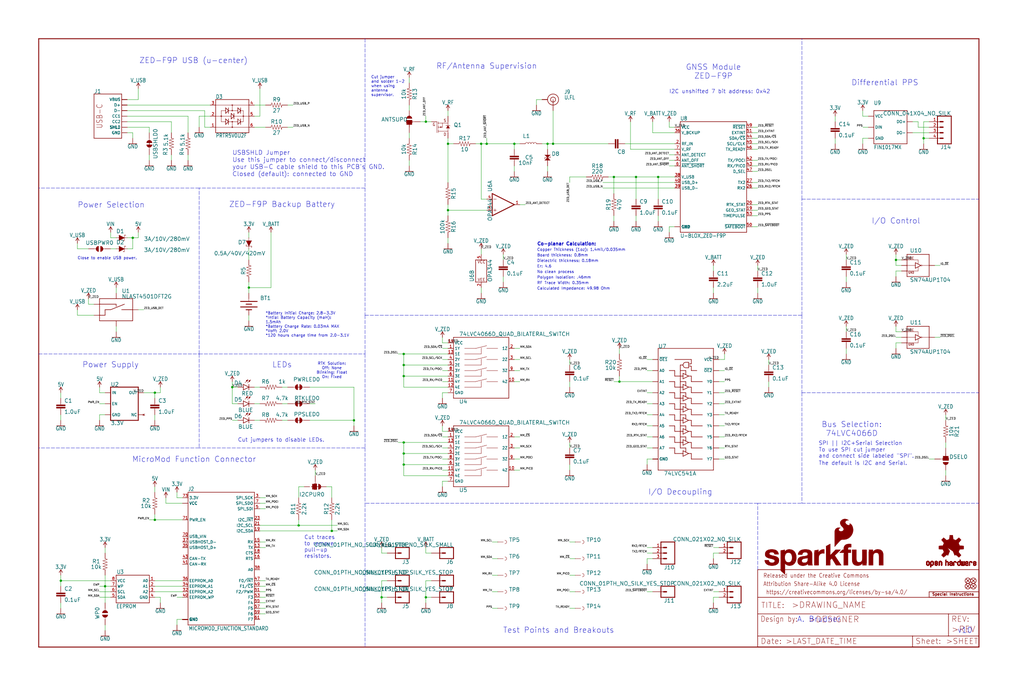
<source format=kicad_sch>
(kicad_sch (version 20211123) (generator eeschema)
  (paper "User" 470.306 317.906)
  (lib_symbols
    (symbol "eagleSchem-eagle-import:0.1UF-0402T-16V-10%"
      (property "Reference" "C" (at 1.524 2.921 0))
      (property "Value" "0.1UF-0402T-16V-10%" (at 1.524 -2.159 0))
      (symbol "0.1UF-0402T-16V-10%_1_0"
        (pin passive line (at 0 5.08 270) (length 2.54) (name "1") (number "1"))
        (pin passive line (at 0 -2.54 90) (length 2.54) (name "2") (number "2"))
      )
    )
    (symbol "eagleSchem-eagle-import:1.0UF-0402T-16V-10%"
      (property "Reference" "C" (at 1.524 2.921 0))
      (property "Value" "1.0UF-0402T-16V-10%" (at 1.524 -2.159 0))
      (symbol "1.0UF-0402T-16V-10%_1_0"
        (pin passive line (at 0 5.08 270) (length 2.54) (name "1") (number "1"))
        (pin passive line (at 0 -2.54 90) (length 2.54) (name "2") (number "2"))
      )
    )
    (symbol "eagleSchem-eagle-import:100KOHM-0402T-1{slash}16W-1%"
      (property "Reference" "R" (at 0 1.524 0))
      (property "Value" "100KOHM-0402T-1{slash}16W-1%" (at 0 -1.524 0))
      (symbol "100KOHM-0402T-1{slash}16W-1%_1_0"
        (pin passive line (at -5.08 0 0) (length 2.54) (name "1") (number "1"))
        (pin passive line (at 5.08 0 180) (length 2.54) (name "2") (number "2"))
      )
    )
    (symbol "eagleSchem-eagle-import:10KOHM-0402T-1{slash}16W-1%"
      (property "Reference" "R" (at 0 1.524 0))
      (property "Value" "10KOHM-0402T-1{slash}16W-1%" (at 0 -1.524 0))
      (symbol "10KOHM-0402T-1{slash}16W-1%_1_0"
        (pin passive line (at -5.08 0 0) (length 2.54) (name "1") (number "1"))
        (pin passive line (at 5.08 0 180) (length 2.54) (name "2") (number "2"))
      )
    )
    (symbol "eagleSchem-eagle-import:10NF-0402T-25V-10%-X7R-WE"
      (property "Reference" "C" (at 1.524 2.921 0))
      (property "Value" "10NF-0402T-25V-10%-X7R-WE" (at 1.524 -2.159 0))
      (symbol "10NF-0402T-25V-10%-X7R-WE_1_0"
        (pin passive line (at 0 5.08 270) (length 2.54) (name "1") (number "1"))
        (pin passive line (at 0 -2.54 90) (length 2.54) (name "2") (number "2"))
      )
    )
    (symbol "eagleSchem-eagle-import:10OHM-0603-1{slash}10W-1%"
      (property "Reference" "R" (at 0 1.524 0))
      (property "Value" "10OHM-0603-1{slash}10W-1%" (at 0 -1.524 0))
      (symbol "10OHM-0603-1{slash}10W-1%_1_0"
        (pin passive line (at -5.08 0 0) (length 2.54) (name "1") (number "1"))
        (pin passive line (at 5.08 0 180) (length 2.54) (name "2") (number "2"))
      )
    )
    (symbol "eagleSchem-eagle-import:1KOHM-0402T-1{slash}16W-1%"
      (property "Reference" "R" (at 0 1.524 0))
      (property "Value" "1KOHM-0402T-1{slash}16W-1%" (at 0 -1.524 0))
      (symbol "1KOHM-0402T-1{slash}16W-1%_1_0"
        (pin passive line (at -5.08 0 0) (length 2.54) (name "1") (number "1"))
        (pin passive line (at 5.08 0 180) (length 2.54) (name "2") (number "2"))
      )
    )
    (symbol "eagleSchem-eagle-import:2.2KOHM-0402T-1{slash}16W-1%"
      (property "Reference" "R" (at 0 1.524 0))
      (property "Value" "2.2KOHM-0402T-1{slash}16W-1%" (at 0 -1.524 0))
      (symbol "2.2KOHM-0402T-1{slash}16W-1%_1_0"
        (pin passive line (at -5.08 0 0) (length 2.54) (name "1") (number "1"))
        (pin passive line (at 5.08 0 180) (length 2.54) (name "2") (number "2"))
      )
    )
    (symbol "eagleSchem-eagle-import:2.2UF-0402_TIGHT-10V-10%-X5R"
      (property "Reference" "C" (at 1.524 2.921 0))
      (property "Value" "2.2UF-0402_TIGHT-10V-10%-X5R" (at 1.524 -2.159 0))
      (symbol "2.2UF-0402_TIGHT-10V-10%-X5R_1_0"
        (pin passive line (at 0 5.08 270) (length 2.54) (name "1") (number "1"))
        (pin passive line (at 0 -2.54 90) (length 2.54) (name "2") (number "2"))
      )
    )
    (symbol "eagleSchem-eagle-import:220OHM-0402-TIGHT-1{slash}16W-1%"
      (property "Reference" "R" (at 0 1.524 0))
      (property "Value" "220OHM-0402-TIGHT-1{slash}16W-1%" (at 0 -1.524 0))
      (symbol "220OHM-0402-TIGHT-1{slash}16W-1%_1_0"
        (pin passive line (at -5.08 0 0) (length 2.54) (name "1") (number "1"))
        (pin passive line (at 5.08 0 180) (length 2.54) (name "2") (number "2"))
      )
    )
    (symbol "eagleSchem-eagle-import:27OHM"
      (property "Reference" "R" (at 0 1.524 0))
      (property "Value" "27OHM" (at 0 -1.524 0))
      (symbol "27OHM_1_0"
        (pin passive line (at -5.08 0 0) (length 2.54) (name "1") (number "1"))
        (pin passive line (at 5.08 0 180) (length 2.54) (name "2") (number "2"))
      )
    )
    (symbol "eagleSchem-eagle-import:3.3KOHM-0402T-1{slash}16W-1%"
      (property "Reference" "R" (at 0 1.524 0))
      (property "Value" "3.3KOHM-0402T-1{slash}16W-1%" (at 0 -1.524 0))
      (symbol "3.3KOHM-0402T-1{slash}16W-1%_1_0"
        (pin passive line (at -5.08 0 0) (length 2.54) (name "1") (number "1"))
        (pin passive line (at 5.08 0 180) (length 2.54) (name "2") (number "2"))
      )
    )
    (symbol "eagleSchem-eagle-import:3.3V" (power)
      (property "Value" "3.3V" (at 0 2.794 0))
      (symbol "3.3V_1_0"
        (pin power_in line (at 0 0 90) (length 2.54) (name "3.3V") (number "1"))
      )
    )
    (symbol "eagleSchem-eagle-import:4.7KOHM-0402T-1{slash}16W-1%"
      (property "Reference" "R" (at 0 1.524 0))
      (property "Value" "4.7KOHM-0402T-1{slash}16W-1%" (at 0 -1.524 0))
      (symbol "4.7KOHM-0402T-1{slash}16W-1%_1_0"
        (pin passive line (at -5.08 0 0) (length 2.54) (name "1") (number "1"))
        (pin passive line (at 5.08 0 180) (length 2.54) (name "2") (number "2"))
      )
    )
    (symbol "eagleSchem-eagle-import:470OHM-0402-TIGHT-1{slash}16W-1%"
      (property "Reference" "R" (at 0 1.524 0))
      (property "Value" "470OHM-0402-TIGHT-1{slash}16W-1%" (at 0 -1.524 0))
      (symbol "470OHM-0402-TIGHT-1{slash}16W-1%_1_0"
        (pin passive line (at -5.08 0 0) (length 2.54) (name "1") (number "1"))
        (pin passive line (at 5.08 0 180) (length 2.54) (name "2") (number "2"))
      )
    )
    (symbol "eagleSchem-eagle-import:5.1KOHM-0402T-1{slash}16W-1%"
      (property "Reference" "R" (at 0 1.524 0))
      (property "Value" "5.1KOHM-0402T-1{slash}16W-1%" (at 0 -1.524 0))
      (symbol "5.1KOHM-0402T-1{slash}16W-1%_1_0"
        (pin passive line (at -5.08 0 0) (length 2.54) (name "1") (number "1"))
        (pin passive line (at 5.08 0 180) (length 2.54) (name "2") (number "2"))
      )
    )
    (symbol "eagleSchem-eagle-import:5V" (power)
      (property "Value" "5V" (at 0 2.794 0))
      (symbol "5V_1_0"
        (pin power_in line (at 0 0 90) (length 2.54) (name "5V") (number "1"))
      )
    )
    (symbol "eagleSchem-eagle-import:74LVC4066D_QUAD_BILATERAL_SWITCH"
      (property "Reference" "U" (at -10.16 -17.78 0))
      (property "Value" "74LVC4066D_QUAD_BILATERAL_SWITCH" (at -10.16 13.208 0))
      (symbol "74LVC4066D_QUAD_BILATERAL_SWITCH_1_0"
        (pin bidirectional line (at -15.24 7.62 0) (length 2.54) (name "1Y") (number "1"))
        (pin bidirectional line (at 15.24 -7.62 180) (length 2.54) (name "4Z") (number "10"))
        (pin bidirectional line (at -15.24 -7.62 0) (length 2.54) (name "4Y") (number "11"))
        (pin bidirectional line (at -15.24 -10.16 0) (length 2.54) (name "4E") (number "12"))
        (pin bidirectional line (at -15.24 5.08 0) (length 2.54) (name "1E") (number "13"))
        (pin bidirectional line (at -15.24 10.16 0) (length 2.54) (name "VCC") (number "14"))
        (pin bidirectional line (at 15.24 7.62 180) (length 2.54) (name "1Z") (number "2"))
        (pin bidirectional line (at 15.24 2.54 180) (length 2.54) (name "2Z") (number "3"))
        (pin bidirectional line (at -15.24 2.54 0) (length 2.54) (name "2Y") (number "4"))
        (pin bidirectional line (at -15.24 0 0) (length 2.54) (name "2E") (number "5"))
        (pin bidirectional line (at -15.24 -5.08 0) (length 2.54) (name "3E") (number "6"))
        (pin bidirectional line (at -15.24 -12.7 0) (length 2.54) (name "GND") (number "7"))
        (pin bidirectional line (at -15.24 -2.54 0) (length 2.54) (name "3Y") (number "8"))
        (pin bidirectional line (at 15.24 -2.54 180) (length 2.54) (name "3Z") (number "9"))
      )
    )
    (symbol "eagleSchem-eagle-import:74LVC541ABQ"
      (property "Reference" "U" (at -12.7 30.48 0))
      (property "Value" "74LVC541ABQ" (at -12.7 -30.48 0))
      (symbol "74LVC541ABQ_1_0"
        (pin input line (at -15.24 22.86 0) (length 2.54) (name "~{OE1}") (number "1"))
        (pin power_in line (at -15.24 -22.86 0) (length 2.54) (name "GND") (number "10"))
        (pin output line (at 15.24 -22.86 180) (length 2.54) (name "Y7") (number "11"))
        (pin output line (at 15.24 -17.78 180) (length 2.54) (name "Y6") (number "12"))
        (pin output line (at 15.24 -12.7 180) (length 2.54) (name "Y5") (number "13"))
        (pin output line (at 15.24 -7.62 180) (length 2.54) (name "Y4") (number "14"))
        (pin output line (at 15.24 -2.54 180) (length 2.54) (name "Y3") (number "15"))
        (pin output line (at 15.24 2.54 180) (length 2.54) (name "Y2") (number "16"))
        (pin output line (at 15.24 7.62 180) (length 2.54) (name "Y1") (number "17"))
        (pin output line (at 15.24 12.7 180) (length 2.54) (name "Y0") (number "18"))
        (pin input line (at 15.24 17.78 180) (length 2.54) (name "~{OE2}") (number "19"))
        (pin input line (at -15.24 17.78 0) (length 2.54) (name "A0") (number "2"))
        (pin power_in line (at 15.24 22.86 180) (length 2.54) (name "VCC") (number "20"))
        (pin input line (at -15.24 12.7 0) (length 2.54) (name "A1") (number "3"))
        (pin input line (at -15.24 7.62 0) (length 2.54) (name "A2") (number "4"))
        (pin input line (at -15.24 2.54 0) (length 2.54) (name "A3") (number "5"))
        (pin input line (at -15.24 -2.54 0) (length 2.54) (name "A4") (number "6"))
        (pin input line (at -15.24 -7.62 0) (length 2.54) (name "A5") (number "7"))
        (pin input line (at -15.24 -12.7 0) (length 2.54) (name "A6") (number "8"))
        (pin input line (at -15.24 -17.78 0) (length 2.54) (name "A7") (number "9"))
        (pin power_in line (at -15.24 -22.86 0) (length 2.54) (name "GND") (number "EPAD"))
      )
    )
    (symbol "eagleSchem-eagle-import:CBR04C470J5GAC"
      (property "Reference" "C" (at 1.524 2.921 0))
      (property "Value" "CBR04C470J5GAC" (at 1.524 -2.159 0))
      (symbol "CBR04C470J5GAC_1_0"
        (pin passive line (at 0 5.08 270) (length 2.54) (name "1") (number "1"))
        (pin passive line (at 0 -2.54 90) (length 2.54) (name "2") (number "2"))
      )
    )
    (symbol "eagleSchem-eagle-import:CONN_01PTH_NO_SILK_SMALL"
      (property "Reference" "J" (at -2.54 3.048 0))
      (property "Value" "CONN_01PTH_NO_SILK_SMALL" (at -2.54 -4.826 0))
      (symbol "CONN_01PTH_NO_SILK_SMALL_1_0"
        (pin passive line (at 7.62 0 180) (length 5.08) (name "1") (number "P$1"))
      )
    )
    (symbol "eagleSchem-eagle-import:CONN_01PTH_NO_SILK_YES_STOP"
      (property "Reference" "J" (at -2.54 3.048 0))
      (property "Value" "CONN_01PTH_NO_SILK_YES_STOP" (at -2.54 -4.826 0))
      (symbol "CONN_01PTH_NO_SILK_YES_STOP_1_0"
        (pin passive line (at 7.62 0 180) (length 5.08) (name "1") (number "1"))
      )
    )
    (symbol "eagleSchem-eagle-import:CONN_021X02_NO_SILK"
      (property "Reference" "J" (at -2.54 5.588 0))
      (property "Value" "CONN_021X02_NO_SILK" (at -2.54 -4.826 0))
      (symbol "CONN_021X02_NO_SILK_1_0"
        (pin passive line (at 7.62 0 180) (length 5.08) (name "1") (number "1"))
        (pin passive line (at 7.62 2.54 180) (length 5.08) (name "2") (number "2"))
      )
    )
    (symbol "eagleSchem-eagle-import:CONN_031X03_NO_SILK"
      (property "Reference" "J" (at -2.54 5.588 0))
      (property "Value" "CONN_031X03_NO_SILK" (at -2.54 -7.366 0))
      (symbol "CONN_031X03_NO_SILK_1_0"
        (pin passive line (at 7.62 -2.54 180) (length 5.08) (name "1") (number "1"))
        (pin passive line (at 7.62 0 180) (length 5.08) (name "2") (number "2"))
        (pin passive line (at 7.62 2.54 180) (length 5.08) (name "3") (number "3"))
      )
    )
    (symbol "eagleSchem-eagle-import:CONN_041X04_NO_SILK"
      (property "Reference" "J" (at -5.08 8.128 0))
      (property "Value" "CONN_041X04_NO_SILK" (at -5.08 -7.366 0))
      (symbol "CONN_041X04_NO_SILK_1_0"
        (pin passive line (at 5.08 -2.54 180) (length 5.08) (name "1") (number "1"))
        (pin passive line (at 5.08 0 180) (length 5.08) (name "2") (number "2"))
        (pin passive line (at 5.08 2.54 180) (length 5.08) (name "3") (number "3"))
        (pin passive line (at 5.08 5.08 180) (length 5.08) (name "4") (number "4"))
      )
    )
    (symbol "eagleSchem-eagle-import:DIODE-SCHOTTKY-BAT60A"
      (property "Reference" "D" (at -2.54 2.032 0))
      (property "Value" "DIODE-SCHOTTKY-BAT60A" (at -2.54 -2.032 0))
      (symbol "DIODE-SCHOTTKY-BAT60A_1_0"
        (pin passive line (at -2.54 0 0) (length 0) (name "A") (number "A"))
        (pin passive line (at 2.54 0 180) (length 0) (name "C") (number "C"))
      )
    )
    (symbol "eagleSchem-eagle-import:DIODE-SCHOTTKY-PMEG4005EJ"
      (property "Reference" "D" (at -2.54 2.032 0))
      (property "Value" "DIODE-SCHOTTKY-PMEG4005EJ" (at -2.54 -2.032 0))
      (symbol "DIODE-SCHOTTKY-PMEG4005EJ_1_0"
        (pin passive line (at -2.54 0 0) (length 0) (name "A") (number "A"))
        (pin passive line (at 2.54 0 180) (length 0) (name "C") (number "C"))
      )
    )
    (symbol "eagleSchem-eagle-import:DMP21D0UT-7"
      (property "Reference" "Q" (at 5.08 0 0))
      (property "Value" "DMP21D0UT-7" (at 5.08 -2.54 0))
      (symbol "DMP21D0UT-7_1_0"
        (text "D" (at 0.508 2.54 0) (effects (font (size 1.27 1.0795)) (justify left bottom)))
        (text "G" (at -3.302 -0.508 0) (effects (font (size 1.27 1.0795)) (justify right top)))
        (text "S" (at 0.508 -3.81 0) (effects (font (size 1.27 1.0795)) (justify left bottom)))
        (pin bidirectional line (at 2.54 5.08 270) (length 2.54) (name "D") (number "1"))
        (pin bidirectional line (at 2.54 -5.08 90) (length 2.54) (name "S") (number "2"))
        (pin bidirectional line (at -5.08 -2.54 0) (length 2.54) (name "G") (number "3"))
      )
    )
    (symbol "eagleSchem-eagle-import:EEPROM-I2C512K"
      (property "Reference" "U" (at -7.62 8.382 0))
      (property "Value" "EEPROM-I2C512K" (at -7.62 -7.62 0))
      (symbol "EEPROM-I2C512K_1_0"
        (pin bidirectional line (at -10.16 5.08 0) (length 2.54) (name "A0") (number "1"))
        (pin bidirectional line (at -10.16 2.54 0) (length 2.54) (name "A1") (number "2"))
        (pin bidirectional line (at -10.16 0 0) (length 2.54) (name "A2") (number "3"))
        (pin power_in line (at -10.16 -2.54 0) (length 2.54) (name "GND") (number "4"))
        (pin bidirectional line (at 10.16 -2.54 180) (length 2.54) (name "SDA") (number "5"))
        (pin bidirectional line (at 10.16 0 180) (length 2.54) (name "SCL") (number "6"))
        (pin bidirectional line (at 10.16 2.54 180) (length 2.54) (name "WP") (number "7"))
        (pin power_in line (at 10.16 5.08 180) (length 2.54) (name "VCC") (number "8"))
      )
    )
    (symbol "eagleSchem-eagle-import:FIDUCIALUFIDUCIAL")
    (symbol "eagleSchem-eagle-import:FIN1017MX"
      (property "Reference" "U" (at -7.62 10.16 0))
      (property "Value" "FIN1017MX" (at -7.62 -10.16 0))
      (symbol "FIN1017MX_1_0"
        (pin bidirectional line (at -10.16 5.08 0) (length 2.54) (name "VCC") (number "1"))
        (pin bidirectional line (at -10.16 0 0) (length 2.54) (name "DIN") (number "2"))
        (pin bidirectional line (at -10.16 -5.08 0) (length 2.54) (name "GND") (number "4"))
        (pin bidirectional line (at 10.16 2.54 180) (length 2.54) (name "DO+") (number "7"))
        (pin bidirectional line (at 10.16 -2.54 180) (length 2.54) (name "DO-") (number "8"))
      )
    )
    (symbol "eagleSchem-eagle-import:FRAME-LEDGER"
      (symbol "FRAME-LEDGER_2_0"
        (text " https://creativecommons.org/licenses/by-sa/4.0/" (at 2.54 24.13 0) (effects (font (size 1.9304 1.6408)) (justify left bottom)))
        (text ">DESIGNER" (at 23.114 11.176 0) (effects (font (size 2.7432 2.7432)) (justify left bottom)))
        (text ">DRAWING_NAME" (at 15.494 17.78 0) (effects (font (size 2.7432 2.7432)) (justify left bottom)))
        (text ">LAST_DATE_TIME" (at 12.7 1.27 0) (effects (font (size 2.54 2.54)) (justify left bottom)))
        (text ">REV" (at 88.9 6.604 0) (effects (font (size 2.7432 2.7432)) (justify left bottom)))
        (text ">SHEET" (at 86.36 1.27 0) (effects (font (size 2.54 2.54)) (justify left bottom)))
        (text "Attribution Share-Alike 4.0 License" (at 2.54 27.94 0) (effects (font (size 1.9304 1.6408)) (justify left bottom)))
        (text "Date:" (at 1.27 1.27 0) (effects (font (size 2.54 2.54)) (justify left bottom)))
        (text "Design by:" (at 1.27 11.43 0) (effects (font (size 2.54 2.159)) (justify left bottom)))
        (text "Released under the Creative Commons" (at 2.54 31.75 0) (effects (font (size 1.9304 1.6408)) (justify left bottom)))
        (text "REV:" (at 88.9 11.43 0) (effects (font (size 2.54 2.54)) (justify left bottom)))
        (text "Sheet:" (at 72.39 1.27 0) (effects (font (size 2.54 2.54)) (justify left bottom)))
        (text "TITLE:" (at 1.524 17.78 0) (effects (font (size 2.54 2.54)) (justify left bottom)))
      )
    )
    (symbol "eagleSchem-eagle-import:GND" (power)
      (property "Value" "GND" (at 0 -0.254 0))
      (symbol "GND_1_0"
        (pin power_in line (at 0 2.54 270) (length 2.54) (name "GND") (number "1"))
      )
    )
    (symbol "eagleSchem-eagle-import:JUMPER-SMT_2_NC_TRACE_SILK"
      (property "Reference" "JP" (at 0 3.048 0))
      (property "Value" "JUMPER-SMT_2_NC_TRACE_SILK" (at 0 -3.048 0))
      (symbol "JUMPER-SMT_2_NC_TRACE_SILK_1_0"
        (pin passive line (at -5.08 0 0) (length 2.54) (name "1") (number "1"))
        (pin passive line (at 5.08 0 180) (length 2.54) (name "2") (number "2"))
      )
    )
    (symbol "eagleSchem-eagle-import:JUMPER-SMT_2_NO_SILK"
      (property "Reference" "JP" (at 0 2.794 0))
      (property "Value" "JUMPER-SMT_2_NO_SILK" (at 0 -2.794 0))
      (symbol "JUMPER-SMT_2_NO_SILK_1_0"
        (pin passive line (at -5.08 0 0) (length 2.54) (name "1") (number "1"))
        (pin passive line (at 5.08 0 180) (length 2.54) (name "2") (number "2"))
      )
    )
    (symbol "eagleSchem-eagle-import:JUMPER-SMT_3_1-NC_TRACE_SILK"
      (property "Reference" "JP" (at 5.842 1.524 0))
      (property "Value" "JUMPER-SMT_3_1-NC_TRACE_SILK" (at 6.604 -1.27 0))
      (symbol "JUMPER-SMT_3_1-NC_TRACE_SILK_1_0"
        (pin passive line (at 0 5.08 270) (length 2.54) (name "1") (number "1"))
        (pin passive line (at -5.08 0 0) (length 2.54) (name "2") (number "2"))
        (pin passive line (at 0 -5.08 90) (length 2.54) (name "3") (number "3"))
      )
    )
    (symbol "eagleSchem-eagle-import:JUMPER-SMT_3_2-NC_TRACE_SILK"
      (property "Reference" "JP" (at 6.096 1.524 0))
      (property "Value" "JUMPER-SMT_3_2-NC_TRACE_SILK" (at 6.858 -1.524 0))
      (symbol "JUMPER-SMT_3_2-NC_TRACE_SILK_1_0"
        (pin passive line (at 0 5.08 270) (length 2.54) (name "1") (number "1"))
        (pin passive line (at -5.08 0 0) (length 2.54) (name "2") (number "2"))
        (pin passive line (at 0 -5.08 90) (length 2.54) (name "3") (number "3"))
      )
    )
    (symbol "eagleSchem-eagle-import:LED-BLUE0603"
      (property "Reference" "D" (at -3.429 -4.572 90))
      (property "Value" "LED-BLUE0603" (at 1.905 -4.572 90))
      (symbol "LED-BLUE0603_1_0"
        (pin passive line (at 0 2.54 270) (length 2.54) (name "A") (number "A"))
        (pin passive line (at 0 -5.08 90) (length 2.54) (name "C") (number "C"))
      )
    )
    (symbol "eagleSchem-eagle-import:LED-RED0603"
      (property "Reference" "D" (at -3.429 -4.572 90))
      (property "Value" "LED-RED0603" (at 1.905 -4.572 90))
      (symbol "LED-RED0603_1_0"
        (pin passive line (at 0 2.54 270) (length 2.54) (name "A") (number "A"))
        (pin passive line (at 0 -5.08 90) (length 2.54) (name "C") (number "C"))
      )
    )
    (symbol "eagleSchem-eagle-import:LQW15AWR15J80D"
      (property "Reference" "L" (at 1.27 2.54 0))
      (property "Value" "LQW15AWR15J80D" (at 1.27 -2.54 0))
      (symbol "LQW15AWR15J80D_1_0"
        (pin passive line (at 0 5.08 270) (length 2.54) (name "1") (number "1"))
        (pin passive line (at 0 -5.08 90) (length 2.54) (name "2") (number "2"))
      )
    )
    (symbol "eagleSchem-eagle-import:MICROMOD_FUNCTION_STANDARD"
      (property "Reference" "J" (at -15.24 28.448 0))
      (property "Value" "MICROMOD_FUNCTION_STANDARD" (at -15.24 -35.56 0))
      (symbol "MICROMOD_FUNCTION_STANDARD_1_0"
        (pin bidirectional line (at -17.78 -30.48 0) (length 2.54) (name "GND") (number "1"))
        (pin bidirectional line (at 17.78 2.54 180) (length 2.54) (name "TX") (number "13"))
        (pin bidirectional line (at 17.78 5.08 180) (length 2.54) (name "RX") (number "15"))
        (pin bidirectional line (at 17.78 -2.54 180) (length 2.54) (name "RTS") (number "16"))
        (pin bidirectional line (at 17.78 0 180) (length 2.54) (name "CTS") (number "18"))
        (pin bidirectional line (at 17.78 10.16 180) (length 2.54) (name "I2C_SDA") (number "19"))
        (pin bidirectional line (at 17.78 12.7 180) (length 2.54) (name "I2C_SCL") (number "21"))
        (pin bidirectional line (at 17.78 15.24 180) (length 2.54) (name "I2C_~{INT}") (number "23"))
        (pin bidirectional line (at 17.78 25.4 180) (length 2.54) (name "SPI_SCK") (number "3"))
        (pin bidirectional line (at -17.78 -17.78 0) (length 2.54) (name "EEPROM_A2") (number "32"))
        (pin bidirectional line (at -17.78 -30.48 0) (length 2.54) (name "GND") (number "33"))
        (pin bidirectional line (at -17.78 -15.24 0) (length 2.54) (name "EEPROM_A1") (number "34"))
        (pin bidirectional line (at -17.78 2.54 0) (length 2.54) (name "USBHOST_D+") (number "35"))
        (pin bidirectional line (at -17.78 -12.7 0) (length 2.54) (name "EEPROM_A0") (number "36"))
        (pin bidirectional line (at -17.78 5.08 0) (length 2.54) (name "USBHOST_D-") (number "37"))
        (pin bidirectional line (at 17.78 -7.62 180) (length 2.54) (name "A0") (number "38"))
        (pin bidirectional line (at -17.78 -30.48 0) (length 2.54) (name "GND") (number "39"))
        (pin bidirectional line (at -17.78 -20.32 0) (length 2.54) (name "EEPROM_WP") (number "40"))
        (pin bidirectional line (at -17.78 -5.08 0) (length 2.54) (name "CAN-RX") (number "41"))
        (pin bidirectional line (at -17.78 -2.54 0) (length 2.54) (name "CAN-TX") (number "43"))
        (pin bidirectional line (at -17.78 -30.48 0) (length 2.54) (name "GND") (number "45"))
        (pin bidirectional line (at 17.78 -12.7 180) (length 2.54) (name "F0/~{INT}") (number "47"))
        (pin bidirectional line (at 17.78 -15.24 180) (length 2.54) (name "F1/~{CS}") (number "49"))
        (pin bidirectional line (at 17.78 20.32 180) (length 2.54) (name "SPI_SDI") (number "5"))
        (pin bidirectional line (at 17.78 -17.78 180) (length 2.54) (name "F2/PWM") (number "51"))
        (pin bidirectional line (at 17.78 -20.32 180) (length 2.54) (name "F3") (number "53"))
        (pin bidirectional line (at 17.78 -22.86 180) (length 2.54) (name "F4") (number "55"))
        (pin bidirectional line (at 17.78 -25.4 180) (length 2.54) (name "F5") (number "57"))
        (pin bidirectional line (at 17.78 -27.94 180) (length 2.54) (name "F6") (number "59"))
        (pin bidirectional line (at 17.78 -30.48 180) (length 2.54) (name "F7") (number "61"))
        (pin bidirectional line (at 17.78 22.86 180) (length 2.54) (name "SPI_SDO") (number "7"))
        (pin bidirectional line (at -17.78 7.62 0) (length 2.54) (name "USB_VIN") (number "70"))
        (pin bidirectional line (at -17.78 15.24 0) (length 2.54) (name "PWR_EN") (number "71"))
        (pin bidirectional line (at -17.78 22.86 0) (length 2.54) (name "VCC") (number "72"))
        (pin bidirectional line (at -17.78 25.4 0) (length 2.54) (name "3.3V") (number "73"))
        (pin bidirectional line (at -17.78 22.86 0) (length 2.54) (name "VCC") (number "74"))
        (pin bidirectional line (at -17.78 -30.48 0) (length 2.54) (name "GND") (number "75"))
        (pin bidirectional line (at -17.78 -30.48 0) (length 2.54) (name "GND") (number "GND1"))
        (pin bidirectional line (at -17.78 -30.48 0) (length 2.54) (name "GND") (number "GND2"))
        (pin bidirectional line (at -17.78 -30.48 0) (length 2.54) (name "GND") (number "GND3"))
        (pin bidirectional line (at -17.78 -30.48 0) (length 2.54) (name "GND") (number "GND4"))
        (pin bidirectional line (at -17.78 -30.48 0) (length 2.54) (name "GND") (number "GND5"))
        (pin bidirectional line (at -17.78 -30.48 0) (length 2.54) (name "GND") (number "GND6"))
      )
    )
    (symbol "eagleSchem-eagle-import:NLAST4501DFT2G"
      (property "Reference" "U" (at 2.54 7.62 0))
      (property "Value" "NLAST4501DFT2G" (at 2.54 -7.62 0))
      (symbol "NLAST4501DFT2G_1_0"
        (pin bidirectional line (at -10.16 -2.54 0) (length 2.54) (name "COM") (number "1"))
        (pin bidirectional line (at 10.16 0 180) (length 2.54) (name "NO") (number "2"))
        (pin power_in line (at 0 -7.62 90) (length 2.54) (name "GND") (number "3"))
        (pin input line (at -10.16 2.54 0) (length 2.54) (name "EN") (number "4"))
        (pin power_in line (at 0 7.62 270) (length 2.54) (name "VCC") (number "5"))
      )
    )
    (symbol "eagleSchem-eagle-import:OPA344"
      (property "Reference" "U" (at -3.302 -5.08 90))
      (property "Value" "OPA344" (at 5.08 -5.08 90))
      (symbol "OPA344_1_0"
        (pin output line (at 7.62 0 180) (length 2.54) (name "OUT") (number "1"))
        (pin input line (at -7.62 -2.54 0) (length 2.54) (name "+IN") (number "3"))
        (pin input line (at -7.62 2.54 0) (length 2.54) (name "-IN") (number "4"))
      )
      (symbol "OPA344_2_0"
        (text "VCC" (at 0.127 3.429 0) (effects (font (size 1.27 1.27)) (justify bottom)))
        (text "VEE" (at 0.127 -4.699 0) (effects (font (size 1.27 1.27)) (justify bottom)))
        (pin bidirectional line (at 0 -7.62 90) (length 2.54) (name "P$V-") (number "2"))
        (pin bidirectional line (at 0 7.62 270) (length 2.54) (name "P$V+") (number "5"))
      )
    )
    (symbol "eagleSchem-eagle-import:OSHW-LOGOMINI")
    (symbol "eagleSchem-eagle-import:PESD0402-0402T"
      (property "Reference" "D" (at -2.54 2.794 0))
      (property "Value" "PESD0402-0402T" (at -2.54 -2.794 0))
      (symbol "PESD0402-0402T_1_0"
        (pin bidirectional line (at -2.54 0 0) (length 2.54) (name "1") (number "1"))
        (pin bidirectional line (at 5.08 0 180) (length 2.54) (name "2") (number "2"))
      )
    )
    (symbol "eagleSchem-eagle-import:PRTR5V0U2F"
      (property "Reference" "D" (at -7.62 7.874 0))
      (property "Value" "PRTR5V0U2F" (at -7.62 -7.874 0))
      (symbol "PRTR5V0U2F_1_0"
        (pin bidirectional line (at -10.16 5.08 0) (length 2.54) (name "1") (number "1"))
        (pin power_in line (at -10.16 0 0) (length 2.54) (name "2") (number "2"))
        (pin bidirectional line (at -10.16 -5.08 0) (length 2.54) (name "3") (number "3"))
        (pin bidirectional line (at 10.16 -5.08 180) (length 2.54) (name "4") (number "4"))
        (pin power_in line (at 10.16 0 180) (length 2.54) (name "5") (number "5"))
        (pin bidirectional line (at 10.16 5.08 180) (length 2.54) (name "6") (number "6"))
      )
    )
    (symbol "eagleSchem-eagle-import:RELOWABLE_BATTERY_MS421R"
      (property "Reference" "BT" (at 0 4.318 0))
      (property "Value" "RELOWABLE_BATTERY_MS421R" (at 0 -4.318 0))
      (symbol "RELOWABLE_BATTERY_MS421R_1_0"
        (pin power_in line (at -5.08 0 0) (length 2.54) (name "+") (number "+"))
        (pin power_in line (at 5.08 0 180) (length 2.54) (name "-") (number "-"))
      )
    )
    (symbol "eagleSchem-eagle-import:SFE_LOGO_NAME_FLAMEBLANK")
    (symbol "eagleSchem-eagle-import:SN74AUP1T04DCK"
      (property "Reference" "U" (at -3.81 5.842 0))
      (property "Value" "SN74AUP1T04DCK" (at -3.81 -7.62 0))
      (symbol "SN74AUP1T04DCK_1_0"
        (text "GND" (at -4.572 -3.81 0) (effects (font (size 1.016 0.8636)) (justify left bottom)))
        (text "VCC" (at -4.572 2.794 0) (effects (font (size 1.016 0.8636)) (justify left bottom)))
        (pin bidirectional line (at -7.62 0 0) (length 2.54) (name "A") (number "2"))
        (pin power_in line (at -7.62 -2.54 0) (length 2.54) (name "GND") (number "3"))
        (pin bidirectional line (at 7.62 0 180) (length 2.54) (name "Y") (number "4"))
        (pin power_in line (at -7.62 2.54 0) (length 2.54) (name "VCC") (number "5"))
      )
    )
    (symbol "eagleSchem-eagle-import:SPECIAL_INSTRUCTIONS-ORDERING"
      (symbol "SPECIAL_INSTRUCTIONS-ORDERING_1_0"
        (text "Special Instructions" (at 1.27 0.6985 0) (effects (font (size 1.27 1.27) (thickness 0.254) bold) (justify left bottom)))
      )
    )
    (symbol "eagleSchem-eagle-import:TEST-POINT3"
      (property "Reference" "TP" (at -2.54 2.54 0))
      (property "Value" "TEST-POINT3" (at -2.54 -2.54 0))
      (symbol "TEST-POINT3_1_0"
        (pin bidirectional line (at 0 0 180) (length 0) (name "1") (number "1"))
      )
    )
    (symbol "eagleSchem-eagle-import:U-BLOX_ZED-F9P"
      (property "Reference" "U" (at -15.24 25.908 0))
      (property "Value" "U-BLOX_ZED-F9P" (at -15.24 -27.94 0))
      (symbol "U-BLOX_ZED-F9P_1_0"
        (pin power_in line (at -17.78 -22.86 0) (length 2.54) (name "GND") (number "1"))
        (pin power_in line (at -17.78 -22.86 0) (length 2.54) (name "GND") (number "100"))
        (pin power_in line (at -17.78 -22.86 0) (length 2.54) (name "GND") (number "101"))
        (pin power_in line (at -17.78 -22.86 0) (length 2.54) (name "GND") (number "102"))
        (pin power_in line (at -17.78 -22.86 0) (length 2.54) (name "GND") (number "12"))
        (pin power_in line (at -17.78 -22.86 0) (length 2.54) (name "GND") (number "14"))
        (pin output line (at 17.78 -15.24 180) (length 2.54) (name "GEO_STAT") (number "19"))
        (pin input line (at -17.78 15.24 0) (length 2.54) (name "RF_IN") (number "2"))
        (pin output line (at 17.78 -12.7 180) (length 2.54) (name "RTK_STAT") (number "20"))
        (pin input line (at 17.78 -5.08 180) (length 2.54) (name "RX2") (number "26"))
        (pin output line (at 17.78 -2.54 180) (length 2.54) (name "TX2") (number "27"))
        (pin power_in line (at -17.78 -22.86 0) (length 2.54) (name "GND") (number "3"))
        (pin power_in line (at -17.78 -22.86 0) (length 2.54) (name "GND") (number "32"))
        (pin power_in line (at -17.78 22.86 0) (length 2.54) (name "VCC") (number "33"))
        (pin power_in line (at -17.78 22.86 0) (length 2.54) (name "VCC") (number "34"))
        (pin power_in line (at -17.78 20.32 0) (length 2.54) (name "V_BCKUP") (number "36"))
        (pin power_in line (at -17.78 -22.86 0) (length 2.54) (name "GND") (number "37"))
        (pin power_in line (at -17.78 0 0) (length 2.54) (name "V_USB") (number "38"))
        (pin bidirectional line (at -17.78 -5.08 0) (length 2.54) (name "USB_D-") (number "39"))
        (pin input line (at -17.78 10.16 0) (length 2.54) (name "ANT_DETECT") (number "4"))
        (pin bidirectional line (at -17.78 -2.54 0) (length 2.54) (name "USB_D+") (number "40"))
        (pin power_in line (at -17.78 -22.86 0) (length 2.54) (name "GND") (number "41"))
        (pin output line (at 17.78 7.62 180) (length 2.54) (name "TX/POCI") (number "42"))
        (pin input line (at 17.78 5.08 180) (length 2.54) (name "RX/PICO") (number "43"))
        (pin bidirectional line (at 17.78 17.78 180) (length 2.54) (name "SDA/~{CS}") (number "44"))
        (pin bidirectional line (at 17.78 15.24 180) (length 2.54) (name "SCL/CLK") (number "45"))
        (pin output line (at 17.78 12.7 180) (length 2.54) (name "TX_READY") (number "46"))
        (pin input line (at 17.78 2.54 180) (length 2.54) (name "D_SEL") (number "47"))
        (pin power_in line (at -17.78 -22.86 0) (length 2.54) (name "GND") (number "48"))
        (pin input line (at 17.78 22.86 180) (length 2.54) (name "~{RESET}") (number "49"))
        (pin output line (at -17.78 7.62 0) (length 2.54) (name "ANT_OFF") (number "5"))
        (pin input line (at 17.78 -22.86 180) (length 2.54) (name "~{SAFEBOOT}") (number "50"))
        (pin input line (at 17.78 20.32 180) (length 2.54) (name "EXTINT") (number "51"))
        (pin output line (at 17.78 -17.78 180) (length 2.54) (name "TIMEPULSE") (number "53"))
        (pin power_in line (at -17.78 -22.86 0) (length 2.54) (name "GND") (number "55"))
        (pin power_in line (at -17.78 -22.86 0) (length 2.54) (name "GND") (number "56"))
        (pin power_in line (at -17.78 -22.86 0) (length 2.54) (name "GND") (number "57"))
        (pin power_in line (at -17.78 -22.86 0) (length 2.54) (name "GND") (number "58"))
        (pin power_in line (at -17.78 -22.86 0) (length 2.54) (name "GND") (number "59"))
        (pin input line (at -17.78 5.08 0) (length 2.54) (name "~{ANT_SHORT}") (number "6"))
        (pin power_in line (at -17.78 -22.86 0) (length 2.54) (name "GND") (number "60"))
        (pin power_in line (at -17.78 -22.86 0) (length 2.54) (name "GND") (number "61"))
        (pin power_in line (at -17.78 -22.86 0) (length 2.54) (name "GND") (number "62"))
        (pin power_in line (at -17.78 -22.86 0) (length 2.54) (name "GND") (number "63"))
        (pin power_in line (at -17.78 -22.86 0) (length 2.54) (name "GND") (number "64"))
        (pin power_in line (at -17.78 -22.86 0) (length 2.54) (name "GND") (number "65"))
        (pin power_in line (at -17.78 -22.86 0) (length 2.54) (name "GND") (number "66"))
        (pin power_in line (at -17.78 -22.86 0) (length 2.54) (name "GND") (number "67"))
        (pin power_in line (at -17.78 -22.86 0) (length 2.54) (name "GND") (number "68"))
        (pin power_in line (at -17.78 -22.86 0) (length 2.54) (name "GND") (number "69"))
        (pin output line (at -17.78 12.7 0) (length 2.54) (name "V_RF") (number "7"))
        (pin power_in line (at -17.78 -22.86 0) (length 2.54) (name "GND") (number "70"))
        (pin power_in line (at -17.78 -22.86 0) (length 2.54) (name "GND") (number "71"))
        (pin power_in line (at -17.78 -22.86 0) (length 2.54) (name "GND") (number "72"))
        (pin power_in line (at -17.78 -22.86 0) (length 2.54) (name "GND") (number "73"))
        (pin power_in line (at -17.78 -22.86 0) (length 2.54) (name "GND") (number "74"))
        (pin power_in line (at -17.78 -22.86 0) (length 2.54) (name "GND") (number "75"))
        (pin power_in line (at -17.78 -22.86 0) (length 2.54) (name "GND") (number "76"))
        (pin power_in line (at -17.78 -22.86 0) (length 2.54) (name "GND") (number "77"))
        (pin power_in line (at -17.78 -22.86 0) (length 2.54) (name "GND") (number "78"))
        (pin power_in line (at -17.78 -22.86 0) (length 2.54) (name "GND") (number "79"))
        (pin power_in line (at -17.78 -22.86 0) (length 2.54) (name "GND") (number "80"))
        (pin power_in line (at -17.78 -22.86 0) (length 2.54) (name "GND") (number "81"))
        (pin power_in line (at -17.78 -22.86 0) (length 2.54) (name "GND") (number "82"))
        (pin power_in line (at -17.78 -22.86 0) (length 2.54) (name "GND") (number "83"))
        (pin power_in line (at -17.78 -22.86 0) (length 2.54) (name "GND") (number "84"))
        (pin power_in line (at -17.78 -22.86 0) (length 2.54) (name "GND") (number "85"))
        (pin power_in line (at -17.78 -22.86 0) (length 2.54) (name "GND") (number "86"))
        (pin power_in line (at -17.78 -22.86 0) (length 2.54) (name "GND") (number "87"))
        (pin power_in line (at -17.78 -22.86 0) (length 2.54) (name "GND") (number "88"))
        (pin power_in line (at -17.78 -22.86 0) (length 2.54) (name "GND") (number "89"))
        (pin power_in line (at -17.78 -22.86 0) (length 2.54) (name "GND") (number "90"))
        (pin power_in line (at -17.78 -22.86 0) (length 2.54) (name "GND") (number "91"))
        (pin power_in line (at -17.78 -22.86 0) (length 2.54) (name "GND") (number "92"))
        (pin power_in line (at -17.78 -22.86 0) (length 2.54) (name "GND") (number "93"))
        (pin power_in line (at -17.78 -22.86 0) (length 2.54) (name "GND") (number "94"))
        (pin power_in line (at -17.78 -22.86 0) (length 2.54) (name "GND") (number "95"))
        (pin power_in line (at -17.78 -22.86 0) (length 2.54) (name "GND") (number "96"))
        (pin power_in line (at -17.78 -22.86 0) (length 2.54) (name "GND") (number "97"))
        (pin power_in line (at -17.78 -22.86 0) (length 2.54) (name "GND") (number "98"))
        (pin power_in line (at -17.78 -22.86 0) (length 2.54) (name "GND") (number "99"))
      )
    )
    (symbol "eagleSchem-eagle-import:U.FL2PIN"
      (property "Reference" "J" (at 2.54 -5.08 0))
      (property "Value" "U.FL2PIN" (at 2.54 -7.62 0))
      (symbol "U.FL2PIN_1_0"
        (pin bidirectional line (at 0 -5.08 90) (length 2.54) (name "GND") (number "1"))
        (pin bidirectional line (at 0 -5.08 90) (length 2.54) (name "GND") (number "2"))
        (pin bidirectional line (at 5.08 0 180) (length 5.08) (name "SIGNAL") (number "FEED"))
      )
    )
    (symbol "eagleSchem-eagle-import:USB_C_4-LAYER-ISOLATED"
      (property "Reference" "J" (at -2.54 10.414 0))
      (property "Value" "USB_C_4-LAYER-ISOLATED" (at -2.54 -12.446 0))
      (symbol "USB_C_4-LAYER-ISOLATED_1_0"
        (text "USB-C" (at 0 0 900) (effects (font (size 2.54 2.159))))
        (pin bidirectional line (at 12.7 0 180) (length 2.54) (name "CC1") (number "A5"))
        (pin bidirectional line (at 12.7 5.08 180) (length 2.54) (name "D+") (number "A6"))
        (pin bidirectional line (at 12.7 2.54 180) (length 2.54) (name "D-") (number "A7"))
        (pin bidirectional line (at 12.7 -2.54 180) (length 2.54) (name "CC2") (number "B5"))
        (pin bidirectional line (at 12.7 5.08 180) (length 2.54) (name "D+") (number "B6"))
        (pin bidirectional line (at 12.7 2.54 180) (length 2.54) (name "D-") (number "B7"))
        (pin bidirectional line (at 12.7 -7.62 180) (length 2.54) (name "GND") (number "GND"))
        (pin bidirectional line (at 12.7 -7.62 180) (length 2.54) (name "GND") (number "GND2"))
        (pin bidirectional line (at 12.7 -5.08 180) (length 2.54) (name "SHLD") (number "SHLD1"))
        (pin bidirectional line (at 12.7 -5.08 180) (length 2.54) (name "SHLD") (number "SHLD2"))
        (pin bidirectional line (at 12.7 -5.08 180) (length 2.54) (name "SHLD") (number "SHLD3"))
        (pin bidirectional line (at 12.7 -5.08 180) (length 2.54) (name "SHLD") (number "SHLD4"))
        (pin bidirectional line (at 12.7 -5.08 180) (length 2.54) (name "SHLD") (number "SHLD5"))
        (pin bidirectional line (at 12.7 -5.08 180) (length 2.54) (name "SHLD") (number "SHLD6"))
        (pin bidirectional line (at 12.7 -5.08 180) (length 2.54) (name "SHLD") (number "SHLD7"))
        (pin bidirectional line (at 12.7 -5.08 180) (length 2.54) (name "SHLD") (number "SHLD8"))
        (pin bidirectional line (at 12.7 7.62 180) (length 2.54) (name "VBUS") (number "VBUS1"))
        (pin bidirectional line (at 12.7 7.62 180) (length 2.54) (name "VBUS") (number "VBUS2"))
      )
    )
    (symbol "eagleSchem-eagle-import:VDD" (power)
      (property "Value" "VDD" (at 0 2.794 0))
      (symbol "VDD_1_0"
        (pin power_in line (at 0 0 90) (length 2.54) (name "VDD") (number "1"))
      )
    )
    (symbol "eagleSchem-eagle-import:VIN" (power)
      (property "Value" "VIN" (at 0 2.794 0))
      (symbol "VIN_1_0"
        (pin power_in line (at 0 0 90) (length 2.54) (name "VIN") (number "1"))
      )
    )
    (symbol "eagleSchem-eagle-import:V_BATT" (power)
      (property "Value" "V_BATT" (at 0 2.794 0))
      (symbol "V_BATT_1_0"
        (pin power_in line (at 0 0 90) (length 2.54) (name "V_BATT") (number "1"))
      )
    )
    (symbol "eagleSchem-eagle-import:V_REG_AP2112K-3.3V"
      (property "Reference" "U" (at -7.62 7.874 0))
      (property "Value" "V_REG_AP2112K-3.3V" (at -7.62 -7.874 0))
      (symbol "V_REG_AP2112K-3.3V_1_0"
        (pin input line (at -10.16 5.08 0) (length 2.54) (name "IN") (number "1"))
        (pin input line (at -10.16 -5.08 0) (length 2.54) (name "GND") (number "2"))
        (pin input line (at -10.16 0 0) (length 2.54) (name "EN") (number "3"))
        (pin no_connect line (at 7.62 -5.08 180) (length 2.54) (name "NC") (number "4"))
        (pin passive line (at 7.62 5.08 180) (length 2.54) (name "OUT") (number "5"))
      )
    )
    (symbol "eagleSchem-eagle-import:V_RF" (power)
      (property "Value" "V_RF" (at 0 2.794 0))
      (symbol "V_RF_1_0"
        (pin power_in line (at 0 0 90) (length 2.54) (name "V_RF") (number "1"))
      )
    )
    (symbol "eagleSchem-eagle-import:V_USB" (power)
      (property "Value" "V_USB" (at 0 2.794 0))
      (symbol "V_USB_1_0"
        (pin power_in line (at 0 0 90) (length 2.54) (name "V_USB") (number "1"))
      )
    )
  )
  (junction (at 411.48 119.38))
  (junction (at 284.48 175.26))
  (junction (at 292.1 81.28))
  (junction (at 71.12 180.34))
  (junction (at 71.12 238.76))
  (junction (at 60.96 109.22))
  (junction (at 185.42 172.72))
  (junction (at 195.58 55.88))
  (junction (at 185.42 167.64))
  (junction (at 236.22 66.04))
  (junction (at 424.18 63.5))
  (junction (at 175.26 274.32))
  (junction (at 205.74 66.04))
  (junction (at 205.74 96.52))
  (junction (at 162.56 193.04))
  (junction (at 195.58 274.32))
  (junction (at 185.42 203.2))
  (junction (at 281.94 81.28))
  (junction (at 254 66.04))
  (junction (at 185.42 213.36))
  (junction (at 302.26 81.28))
  (junction (at 137.16 241.3))
  (junction (at 152.4 243.84))
  (junction (at 185.42 208.28))
  (junction (at 220.98 66.04))
  (junction (at 48.26 269.24))
  (junction (at 27.94 266.7))
  (junction (at 185.42 162.56))
  (junction (at 223.52 66.04))
  (junction (at 251.46 66.04))
  (junction (at 114.3 132.08))
  (junction (at 106.68 177.8))
  (wire (pts (xy 132.08 185.42) (xy 129.54 185.42)))
  (wire (pts (xy 307.34 58.42) (xy 307.34 55.88)))
  (wire (pts (xy 121.92 274.32) (xy 119.38 274.32)))
  (wire (pts (xy 132.08 58.42) (xy 134.62 58.42)))
  (wire (pts (xy 330.2 251.46) (xy 327.66 251.46)))
  (wire (pts (xy 414.02 152.4) (xy 411.48 152.4)))
  (wire (pts (xy 261.62 213.36) (xy 261.62 215.9)))
  (polyline (pts (xy 91.44 86.36) (xy 17.78 86.36)))
  (wire (pts (xy 58.42 109.22) (xy 60.96 109.22)))
  (wire (pts (xy 345.44 63.5) (xy 347.98 63.5)))
  (wire (pts (xy 35.56 111.76) (xy 35.56 114.3)))
  (wire (pts (xy 205.74 203.2) (xy 185.42 203.2)))
  (wire (pts (xy 93.98 58.42) (xy 96.52 58.42)))
  (wire (pts (xy 246.38 45.72) (xy 246.38 48.26)))
  (wire (pts (xy 383.54 55.88) (xy 383.54 53.34)))
  (wire (pts (xy 119.38 231.14) (xy 121.92 231.14)))
  (wire (pts (xy 116.84 58.42) (xy 121.92 58.42)))
  (wire (pts (xy 35.56 114.3) (xy 40.64 114.3)))
  (wire (pts (xy 236.22 68.58) (xy 236.22 66.04)))
  (wire (pts (xy 434.34 205.74) (xy 434.34 203.2)))
  (wire (pts (xy 332.74 170.18) (xy 330.2 170.18)))
  (wire (pts (xy 60.96 109.22) (xy 63.5 109.22)))
  (wire (pts (xy 185.42 167.64) (xy 185.42 162.56)))
  (wire (pts (xy 76.2 231.14) (xy 83.82 231.14)))
  (wire (pts (xy 203.2 180.34) (xy 203.2 182.88)))
  (wire (pts (xy 83.82 284.48) (xy 81.28 284.48)))
  (wire (pts (xy 195.58 55.88) (xy 193.04 55.88)))
  (wire (pts (xy 132.08 193.04) (xy 129.54 193.04)))
  (wire (pts (xy 58.42 60.96) (xy 60.96 60.96)))
  (wire (pts (xy 50.8 114.3) (xy 53.34 114.3)))
  (wire (pts (xy 388.62 152.4) (xy 388.62 149.86)))
  (wire (pts (xy 299.72 185.42) (xy 297.18 185.42)))
  (wire (pts (xy 332.74 200.66) (xy 330.2 200.66)))
  (wire (pts (xy 327.66 274.32) (xy 330.2 274.32)))
  (wire (pts (xy 297.18 256.54) (xy 299.72 256.54)))
  (wire (pts (xy 205.74 96.52) (xy 205.74 93.98)))
  (wire (pts (xy 205.74 50.8) (xy 205.74 53.34)))
  (wire (pts (xy 261.62 81.28) (xy 269.24 81.28)))
  (wire (pts (xy 27.94 269.24) (xy 27.94 266.7)))
  (wire (pts (xy 347.98 83.82) (xy 345.44 83.82)))
  (wire (pts (xy 287.02 66.04) (xy 309.88 66.04)))
  (wire (pts (xy 281.94 101.6) (xy 281.94 99.06)))
  (wire (pts (xy 119.38 233.68) (xy 121.92 233.68)))
  (wire (pts (xy 248.92 45.72) (xy 246.38 45.72)))
  (wire (pts (xy 86.36 73.66) (xy 86.36 71.12)))
  (wire (pts (xy 60.96 114.3) (xy 60.96 109.22)))
  (wire (pts (xy 71.12 274.32) (xy 73.66 274.32)))
  (wire (pts (xy 203.2 215.9) (xy 205.74 215.9)))
  (wire (pts (xy 68.58 58.42) (xy 68.58 60.96)))
  (wire (pts (xy 182.88 203.2) (xy 185.42 203.2)))
  (wire (pts (xy 71.12 182.88) (xy 71.12 180.34)))
  (wire (pts (xy 58.42 45.72) (xy 63.5 45.72)))
  (wire (pts (xy 142.24 177.8) (xy 162.56 177.8)))
  (wire (pts (xy 231.14 129.54) (xy 231.14 127)))
  (wire (pts (xy 327.66 276.86) (xy 327.66 274.32)))
  (wire (pts (xy 203.2 157.48) (xy 203.2 154.94)))
  (wire (pts (xy 78.74 73.66) (xy 78.74 71.12)))
  (polyline (pts (xy 91.44 205.74) (xy 17.78 205.74)))
  (wire (pts (xy 299.72 60.96) (xy 309.88 60.96)))
  (wire (pts (xy 137.16 238.76) (xy 137.16 241.3)))
  (wire (pts (xy 27.94 266.7) (xy 27.94 264.16)))
  (wire (pts (xy 119.38 193.04) (xy 116.84 193.04)))
  (wire (pts (xy 228.6 264.16) (xy 226.06 264.16)))
  (wire (pts (xy 185.42 203.2) (xy 185.42 208.28)))
  (wire (pts (xy 347.98 93.98) (xy 345.44 93.98)))
  (wire (pts (xy 429.26 121.92) (xy 431.8 121.92)))
  (wire (pts (xy 238.76 205.74) (xy 236.22 205.74)))
  (wire (pts (xy 261.62 205.74) (xy 261.62 203.2)))
  (wire (pts (xy 431.8 154.94) (xy 429.26 154.94)))
  (polyline (pts (xy 91.44 162.56) (xy 167.64 162.56)))
  (wire (pts (xy 332.74 210.82) (xy 330.2 210.82)))
  (polyline (pts (xy 368.3 91.44) (xy 368.3 17.78)))
  (wire (pts (xy 327.66 124.46) (xy 327.66 121.92)))
  (wire (pts (xy 48.26 289.56) (xy 48.26 287.02)))
  (wire (pts (xy 86.36 53.34) (xy 86.36 60.96)))
  (polyline (pts (xy 167.64 231.14) (xy 167.64 297.18)))
  (wire (pts (xy 205.74 160.02) (xy 203.2 160.02)))
  (wire (pts (xy 297.18 180.34) (xy 299.72 180.34)))
  (wire (pts (xy 223.52 91.44) (xy 220.98 91.44)))
  (wire (pts (xy 299.72 190.5) (xy 297.18 190.5)))
  (wire (pts (xy 220.98 66.04) (xy 223.52 66.04)))
  (wire (pts (xy 414.02 154.94) (xy 411.48 154.94)))
  (wire (pts (xy 91.44 58.42) (xy 91.44 53.34)))
  (wire (pts (xy 411.48 124.46) (xy 411.48 127)))
  (wire (pts (xy 205.74 172.72) (xy 185.42 172.72)))
  (wire (pts (xy 236.22 160.02) (xy 238.76 160.02)))
  (polyline (pts (xy 368.3 231.14) (xy 449.58 231.14)))
  (wire (pts (xy 121.92 279.4) (xy 119.38 279.4)))
  (wire (pts (xy 388.62 160.02) (xy 388.62 162.56)))
  (wire (pts (xy 50.8 106.68) (xy 50.8 109.22)))
  (wire (pts (xy 205.74 208.28) (xy 185.42 208.28)))
  (wire (pts (xy 73.66 274.32) (xy 73.66 276.86)))
  (wire (pts (xy 421.64 55.88) (xy 421.64 58.42)))
  (wire (pts (xy 223.52 66.04) (xy 223.52 63.5)))
  (wire (pts (xy 205.74 167.64) (xy 185.42 167.64)))
  (wire (pts (xy 421.64 58.42) (xy 426.72 58.42)))
  (wire (pts (xy 231.14 119.38) (xy 231.14 116.84)))
  (wire (pts (xy 302.26 81.28) (xy 309.88 81.28)))
  (wire (pts (xy 226.06 256.54) (xy 228.6 256.54)))
  (wire (pts (xy 121.92 281.94) (xy 119.38 281.94)))
  (wire (pts (xy 411.48 121.92) (xy 411.48 119.38)))
  (polyline (pts (xy 368.3 91.44) (xy 449.58 91.44)))
  (wire (pts (xy 424.18 55.88) (xy 426.72 55.88)))
  (wire (pts (xy 289.56 55.88) (xy 289.56 68.58)))
  (wire (pts (xy 121.92 276.86) (xy 119.38 276.86)))
  (wire (pts (xy 71.12 266.7) (xy 83.82 266.7)))
  (wire (pts (xy 27.94 279.4) (xy 27.94 276.86)))
  (wire (pts (xy 152.4 238.76) (xy 152.4 243.84)))
  (wire (pts (xy 198.12 274.32) (xy 195.58 274.32)))
  (wire (pts (xy 116.84 48.26) (xy 121.92 48.26)))
  (wire (pts (xy 175.26 251.46) (xy 175.26 254)))
  (wire (pts (xy 162.56 193.04) (xy 162.56 195.58)))
  (wire (pts (xy 81.28 228.6) (xy 83.82 228.6)))
  (wire (pts (xy 299.72 210.82) (xy 297.18 210.82)))
  (polyline (pts (xy 368.3 144.78) (xy 368.3 91.44)))
  (wire (pts (xy 45.72 193.04) (xy 45.72 190.5)))
  (wire (pts (xy 254 50.8) (xy 254 66.04)))
  (wire (pts (xy 119.38 241.3) (xy 137.16 241.3)))
  (wire (pts (xy 48.26 251.46) (xy 48.26 254)))
  (wire (pts (xy 411.48 119.38) (xy 411.48 116.84)))
  (wire (pts (xy 251.46 66.04) (xy 254 66.04)))
  (polyline (pts (xy 167.64 86.36) (xy 91.44 86.36)))
  (wire (pts (xy 93.98 50.8) (xy 93.98 58.42)))
  (wire (pts (xy 220.98 134.62) (xy 220.98 132.08)))
  (wire (pts (xy 195.58 274.32) (xy 195.58 266.7)))
  (wire (pts (xy 330.2 254) (xy 327.66 254)))
  (wire (pts (xy 137.16 241.3) (xy 154.94 241.3)))
  (wire (pts (xy 228.6 271.78) (xy 226.06 271.78)))
  (wire (pts (xy 236.22 215.9) (xy 238.76 215.9)))
  (wire (pts (xy 236.22 175.26) (xy 238.76 175.26)))
  (wire (pts (xy 353.06 167.64) (xy 353.06 165.1)))
  (wire (pts (xy 71.12 193.04) (xy 71.12 190.5)))
  (wire (pts (xy 238.76 165.1) (xy 236.22 165.1)))
  (wire (pts (xy 71.12 271.78) (xy 83.82 271.78)))
  (wire (pts (xy 203.2 220.98) (xy 203.2 223.52)))
  (wire (pts (xy 203.2 165.1) (xy 205.74 165.1)))
  (wire (pts (xy 119.38 251.46) (xy 121.92 251.46)))
  (polyline (pts (xy 17.78 162.56) (xy 91.44 162.56)))
  (wire (pts (xy 121.92 271.78) (xy 119.38 271.78)))
  (wire (pts (xy 81.28 226.06) (xy 81.28 228.6)))
  (wire (pts (xy 284.48 172.72) (xy 284.48 175.26)))
  (wire (pts (xy 396.24 53.34) (xy 396.24 50.8)))
  (wire (pts (xy 347.98 86.36) (xy 345.44 86.36)))
  (wire (pts (xy 383.54 66.04) (xy 383.54 63.5)))
  (wire (pts (xy 388.62 127) (xy 388.62 129.54)))
  (wire (pts (xy 205.74 220.98) (xy 203.2 220.98)))
  (wire (pts (xy 297.18 210.82) (xy 297.18 213.36)))
  (wire (pts (xy 132.08 48.26) (xy 134.62 48.26)))
  (wire (pts (xy 114.3 132.08) (xy 124.46 132.08)))
  (wire (pts (xy 53.34 134.62) (xy 53.34 132.08)))
  (wire (pts (xy 345.44 60.96) (xy 347.98 60.96)))
  (wire (pts (xy 261.62 167.64) (xy 261.62 165.1)))
  (wire (pts (xy 152.4 223.52) (xy 152.4 228.6)))
  (wire (pts (xy 27.94 193.04) (xy 27.94 190.5)))
  (wire (pts (xy 309.88 86.36) (xy 276.86 86.36)))
  (wire (pts (xy 78.74 55.88) (xy 78.74 60.96)))
  (wire (pts (xy 203.2 170.18) (xy 205.74 170.18)))
  (wire (pts (xy 424.18 63.5) (xy 426.72 63.5)))
  (wire (pts (xy 187.96 60.96) (xy 187.96 63.5)))
  (wire (pts (xy 48.26 276.86) (xy 48.26 269.24)))
  (wire (pts (xy 327.66 134.62) (xy 327.66 132.08)))
  (wire (pts (xy 261.62 81.28) (xy 261.62 83.82)))
  (wire (pts (xy 309.88 104.14) (xy 307.34 104.14)))
  (wire (pts (xy 264.16 279.4) (xy 261.62 279.4)))
  (wire (pts (xy 414.02 157.48) (xy 411.48 157.48)))
  (wire (pts (xy 27.94 266.7) (xy 50.8 266.7)))
  (polyline (pts (xy 347.98 261.62) (xy 347.98 231.14)))
  (wire (pts (xy 119.38 228.6) (xy 121.92 228.6)))
  (wire (pts (xy 71.12 269.24) (xy 83.82 269.24)))
  (wire (pts (xy 332.74 180.34) (xy 330.2 180.34)))
  (wire (pts (xy 289.56 68.58) (xy 309.88 68.58)))
  (wire (pts (xy 63.5 45.72) (xy 63.5 40.64)))
  (wire (pts (xy 396.24 63.5) (xy 398.78 63.5)))
  (wire (pts (xy 175.26 254) (xy 177.8 254)))
  (wire (pts (xy 119.38 243.84) (xy 152.4 243.84)))
  (wire (pts (xy 236.22 200.66) (xy 238.76 200.66)))
  (wire (pts (xy 114.3 119.38) (xy 114.3 114.3)))
  (wire (pts (xy 292.1 91.44) (xy 292.1 81.28)))
  (wire (pts (xy 195.58 274.32) (xy 195.58 276.86)))
  (wire (pts (xy 203.2 205.74) (xy 205.74 205.74)))
  (wire (pts (xy 208.28 66.04) (xy 205.74 66.04)))
  (polyline (pts (xy 368.3 180.34) (xy 449.58 180.34)))
  (wire (pts (xy 58.42 48.26) (xy 96.52 48.26)))
  (wire (pts (xy 177.8 274.32) (xy 175.26 274.32)))
  (wire (pts (xy 284.48 175.26) (xy 281.94 175.26)))
  (wire (pts (xy 292.1 81.28) (xy 302.26 81.28)))
  (wire (pts (xy 332.74 190.5) (xy 330.2 190.5)))
  (wire (pts (xy 299.72 254) (xy 297.18 254)))
  (wire (pts (xy 142.24 193.04) (xy 162.56 193.04)))
  (wire (pts (xy 68.58 238.76) (xy 71.12 238.76)))
  (wire (pts (xy 27.94 182.88) (xy 27.94 180.34)))
  (wire (pts (xy 251.46 68.58) (xy 251.46 66.04)))
  (polyline (pts (xy 368.3 144.78) (xy 368.3 180.34)))
  (wire (pts (xy 226.06 248.92) (xy 228.6 248.92)))
  (wire (pts (xy 66.04 142.24) (xy 63.5 142.24)))
  (wire (pts (xy 330.2 165.1) (xy 332.74 165.1)))
  (wire (pts (xy 414.02 119.38) (xy 411.48 119.38)))
  (wire (pts (xy 195.58 55.88) (xy 195.58 53.34)))
  (wire (pts (xy 185.42 177.8) (xy 185.42 172.72)))
  (wire (pts (xy 307.34 104.14) (xy 307.34 106.68)))
  (wire (pts (xy 347.98 132.08) (xy 347.98 134.62)))
  (wire (pts (xy 264.16 264.16) (xy 261.62 264.16)))
  (wire (pts (xy 58.42 53.34) (xy 86.36 53.34)))
  (polyline (pts (xy 167.64 86.36) (xy 167.64 144.78)))
  (wire (pts (xy 254 66.04) (xy 279.4 66.04)))
  (wire (pts (xy 347.98 73.66) (xy 345.44 73.66)))
  (wire (pts (xy 332.74 165.1) (xy 332.74 162.56)))
  (wire (pts (xy 185.42 162.56) (xy 205.74 162.56)))
  (wire (pts (xy 223.52 66.04) (xy 236.22 66.04)))
  (wire (pts (xy 50.8 109.22) (xy 53.34 109.22)))
  (wire (pts (xy 347.98 124.46) (xy 347.98 121.92)))
  (wire (pts (xy 419.1 55.88) (xy 421.64 55.88)))
  (wire (pts (xy 307.34 76.2) (xy 309.88 76.2)))
  (wire (pts (xy 327.66 254) (xy 327.66 256.54)))
  (wire (pts (xy 297.18 200.66) (xy 299.72 200.66)))
  (wire (pts (xy 76.2 228.6) (xy 76.2 231.14)))
  (wire (pts (xy 195.58 251.46) (xy 195.58 254)))
  (wire (pts (xy 175.26 274.32) (xy 175.26 276.86)))
  (wire (pts (xy 119.38 185.42) (xy 116.84 185.42)))
  (wire (pts (xy 96.52 53.34) (xy 91.44 53.34)))
  (wire (pts (xy 332.74 195.58) (xy 330.2 195.58)))
  (wire (pts (xy 71.12 180.34) (xy 73.66 180.34)))
  (wire (pts (xy 121.92 269.24) (xy 119.38 269.24)))
  (wire (pts (xy 292.1 101.6) (xy 292.1 99.06)))
  (wire (pts (xy 347.98 96.52) (xy 345.44 96.52)))
  (wire (pts (xy 284.48 160.02) (xy 284.48 162.56)))
  (wire (pts (xy 71.12 238.76) (xy 83.82 238.76)))
  (wire (pts (xy 205.74 66.04) (xy 205.74 83.82)))
  (wire (pts (xy 297.18 205.74) (xy 299.72 205.74)))
  (wire (pts (xy 205.74 180.34) (xy 203.2 180.34)))
  (wire (pts (xy 187.96 73.66) (xy 187.96 76.2)))
  (wire (pts (xy 119.38 248.92) (xy 121.92 248.92)))
  (polyline (pts (xy 347.98 231.14) (xy 368.3 231.14)))
  (wire (pts (xy 220.98 91.44) (xy 220.98 66.04)))
  (wire (pts (xy 434.34 215.9) (xy 434.34 218.44)))
  (wire (pts (xy 187.96 48.26) (xy 187.96 50.8)))
  (polyline (pts (xy 167.64 144.78) (xy 167.64 162.56)))
  (wire (pts (xy 185.42 172.72) (xy 185.42 167.64)))
  (wire (pts (xy 248.92 66.04) (xy 251.46 66.04)))
  (wire (pts (xy 236.22 76.2) (xy 236.22 78.74)))
  (wire (pts (xy 45.72 177.8) (xy 45.72 180.34)))
  (wire (pts (xy 119.38 177.8) (xy 116.84 177.8)))
  (wire (pts (xy 68.58 71.12) (xy 68.58 73.66)))
  (polyline (pts (xy 91.44 162.56) (xy 91.44 205.74)))
  (wire (pts (xy 203.2 200.66) (xy 205.74 200.66)))
  (wire (pts (xy 264.16 271.78) (xy 261.62 271.78)))
  (wire (pts (xy 434.34 193.04) (xy 434.34 190.5)))
  (wire (pts (xy 177.8 266.7) (xy 175.26 266.7)))
  (wire (pts (xy 144.78 185.42) (xy 142.24 185.42)))
  (wire (pts (xy 71.12 223.52) (xy 71.12 226.06)))
  (wire (pts (xy 299.72 55.88) (xy 299.72 60.96)))
  (wire (pts (xy 205.74 213.36) (xy 185.42 213.36)))
  (wire (pts (xy 50.8 271.78) (xy 45.72 271.78)))
  (wire (pts (xy 353.06 175.26) (xy 353.06 177.8)))
  (wire (pts (xy 81.28 284.48) (xy 81.28 287.02)))
  (wire (pts (xy 185.42 208.28) (xy 185.42 213.36)))
  (wire (pts (xy 299.72 175.26) (xy 284.48 175.26)))
  (wire (pts (xy 302.26 101.6) (xy 302.26 99.06)))
  (wire (pts (xy 149.86 223.52) (xy 152.4 223.52)))
  (polyline (pts (xy 167.64 205.74) (xy 167.64 231.14)))
  (wire (pts (xy 58.42 55.88) (xy 78.74 55.88)))
  (wire (pts (xy 396.24 66.04) (xy 396.24 63.5)))
  (wire (pts (xy 45.72 180.34) (xy 48.26 180.34)))
  (wire (pts (xy 114.3 109.22) (xy 114.3 106.68)))
  (wire (pts (xy 205.74 66.04) (xy 205.74 63.5)))
  (wire (pts (xy 424.18 66.04) (xy 424.18 63.5)))
  (wire (pts (xy 40.64 137.16) (xy 40.64 139.7)))
  (wire (pts (xy 411.48 157.48) (xy 411.48 160.02)))
  (wire (pts (xy 238.76 66.04) (xy 236.22 66.04)))
  (wire (pts (xy 429.26 210.82) (xy 426.72 210.82)))
  (wire (pts (xy 35.56 142.24) (xy 35.56 144.78)))
  (wire (pts (xy 205.74 111.76) (xy 205.74 109.22)))
  (wire (pts (xy 307.34 71.12) (xy 309.88 71.12)))
  (wire (pts (xy 228.6 279.4) (xy 226.06 279.4)))
  (wire (pts (xy 58.42 50.8) (xy 93.98 50.8)))
  (wire (pts (xy 137.16 223.52) (xy 137.16 228.6)))
  (wire (pts (xy 185.42 218.44) (xy 205.74 218.44)))
  (wire (pts (xy 281.94 81.28) (xy 292.1 81.28)))
  (wire (pts (xy 114.3 147.32) (xy 114.3 144.78)))
  (wire (pts (xy 261.62 256.54) (xy 264.16 256.54)))
  (wire (pts (xy 332.74 185.42) (xy 330.2 185.42)))
  (wire (pts (xy 109.22 193.04) (xy 106.68 193.04)))
  (wire (pts (xy 205.74 99.06) (xy 205.74 96.52)))
  (wire (pts (xy 203.2 198.12) (xy 203.2 195.58)))
  (wire (pts (xy 299.72 195.58) (xy 297.18 195.58)))
  (wire (pts (xy 114.3 132.08) (xy 114.3 129.54)))
  (wire (pts (xy 114.3 134.62) (xy 114.3 132.08)))
  (wire (pts (xy 66.04 180.34) (xy 71.12 180.34)))
  (wire (pts (xy 198.12 266.7) (xy 195.58 266.7)))
  (wire (pts (xy 48.26 264.16) (xy 48.26 269.24)))
  (wire (pts (xy 411.48 152.4) (xy 411.48 149.86)))
  (wire (pts (xy 175.26 274.32) (xy 175.26 266.7)))
  (wire (pts (xy 185.42 162.56) (xy 182.88 162.56)))
  (wire (pts (xy 116.84 53.34) (xy 119.38 53.34)))
  (wire (pts (xy 414.02 121.92) (xy 411.48 121.92)))
  (wire (pts (xy 106.68 185.42) (xy 109.22 185.42)))
  (wire (pts (xy 223.52 96.52) (xy 205.74 96.52)))
  (wire (pts (xy 309.88 83.82) (xy 276.86 83.82)))
  (wire (pts (xy 205.74 157.48) (xy 203.2 157.48)))
  (wire (pts (xy 205.74 198.12) (xy 203.2 198.12)))
  (wire (pts (xy 332.74 175.26) (xy 330.2 175.26)))
  (wire (pts (xy 106.68 177.8) (xy 109.22 177.8)))
  (wire (pts (xy 50.8 274.32) (xy 45.72 274.32)))
  (wire (pts (xy 388.62 119.38) (xy 388.62 116.84)))
  (wire (pts (xy 45.72 185.42) (xy 48.26 185.42)))
  (wire (pts (xy 236.22 210.82) (xy 238.76 210.82)))
  (wire (pts (xy 281.94 88.9) (xy 281.94 81.28)))
  (wire (pts (xy 299.72 165.1) (xy 297.18 165.1)))
  (wire (pts (xy 50.8 269.24) (xy 48.26 269.24)))
  (wire (pts (xy 299.72 251.46) (xy 297.18 251.46)))
  (wire (pts (xy 73.66 180.34) (xy 73.66 177.8)))
  (wire (pts (xy 398.78 53.34) (xy 396.24 53.34)))
  (wire (pts (xy 58.42 114.3) (xy 60.96 114.3)))
  (wire (pts (xy 43.18 144.78) (xy 35.56 144.78)))
  (polyline (pts (xy 91.44 162.56) (xy 91.44 86.36)))
  (wire (pts (xy 332.74 205.74) (xy 330.2 205.74)))
  (wire (pts (xy 218.44 66.04) (xy 220.98 66.04)))
  (wire (pts (xy 53.34 152.4) (xy 53.34 149.86)))
  (wire (pts (xy 302.26 91.44) (xy 302.26 81.28)))
  (wire (pts (xy 297.18 259.08) (xy 297.18 256.54)))
  (wire (pts (xy 299.72 170.18) (xy 297.18 170.18)))
  (wire (pts (xy 129.54 177.8) (xy 132.08 177.8)))
  (wire (pts (xy 205.74 177.8) (xy 185.42 177.8)))
  (wire (pts (xy 48.26 269.24) (xy 45.72 269.24)))
  (wire (pts (xy 162.56 177.8) (xy 162.56 193.04)))
  (wire (pts (xy 83.82 274.32) (xy 81.28 274.32)))
  (wire (pts (xy 347.98 58.42) (xy 345.44 58.42)))
  (wire (pts (xy 63.5 109.22) (xy 63.5 106.68)))
  (wire (pts (xy 203.2 210.82) (xy 205.74 210.82)))
  (wire (pts (xy 220.98 114.3) (xy 220.98 116.84)))
  (wire (pts (xy 299.72 271.78) (xy 297.18 271.78)))
  (wire (pts (xy 398.78 58.42) (xy 396.24 58.42)))
  (polyline (pts (xy 167.64 205.74) (xy 91.44 205.74)))
  (wire (pts (xy 345.44 78.74) (xy 347.98 78.74)))
  (wire (pts (xy 203.2 175.26) (xy 205.74 175.26)))
  (wire (pts (xy 119.38 53.34) (xy 119.38 40.64)))
  (wire (pts (xy 347.98 104.14) (xy 345.44 104.14)))
  (wire (pts (xy 185.42 213.36) (xy 185.42 218.44)))
  (wire (pts (xy 195.58 254) (xy 198.12 254)))
  (wire (pts (xy 58.42 58.42) (xy 68.58 58.42)))
  (wire (pts (xy 43.18 139.7) (xy 40.64 139.7)))
  (wire (pts (xy 261.62 175.26) (xy 261.62 177.8)))
  (polyline (pts (xy 167.64 144.78) (xy 368.3 144.78)))
  (wire (pts (xy 124.46 132.08) (xy 124.46 106.68)))
  (wire (pts (xy 71.12 236.22) (xy 71.12 238.76)))
  (wire (pts (xy 139.7 223.52) (xy 137.16 223.52)))
  (wire (pts (xy 279.4 81.28) (xy 281.94 81.28)))
  (wire (pts (xy 60.96 60.96) (xy 60.96 63.5)))
  (wire (pts (xy 195.58 55.88) (xy 198.12 55.88)))
  (wire (pts (xy 106.68 177.8) (xy 106.68 185.42)))
  (wire (pts (xy 187.96 35.56) (xy 187.96 38.1)))
  (polyline (pts (xy 368.3 180.34) (xy 368.3 231.14)))
  (polyline (pts (xy 167.64 162.56) (xy 167.64 205.74)))
  (wire (pts (xy 106.68 177.8) (xy 106.68 175.26)))
  (wire (pts (xy 236.22 170.18) (xy 238.76 170.18)))
  (wire (pts (xy 152.4 243.84) (xy 154.94 243.84)))
  (wire (pts (xy 347.98 76.2) (xy 345.44 76.2)))
  (polyline (pts (xy 167.64 17.78) (xy 167.64 86.36)))
  (wire (pts (xy 345.44 68.58) (xy 347.98 68.58)))
  (wire (pts (xy 119.38 266.7) (xy 121.92 266.7)))
  (wire (pts (xy 414.02 124.46) (xy 411.48 124.46)))
  (wire (pts (xy 330.2 271.78) (xy 327.66 271.78)))
  (wire (pts (xy 309.88 58.42) (xy 307.34 58.42)))
  (wire (pts (xy 251.46 76.2) (xy 251.46 78.74)))
  (wire (pts (xy 424.18 63.5) (xy 424.18 55.88)))
  (wire (pts (xy 347.98 99.06) (xy 345.44 99.06)))
  (wire (pts (xy 345.44 66.04) (xy 347.98 66.04)))
  (wire (pts (xy 238.76 93.98) (xy 241.3 93.98)))
  (wire (pts (xy 144.78 218.44) (xy 144.78 215.9)))
  (wire (pts (xy 419.1 60.96) (xy 426.72 60.96)))
  (wire (pts (xy 307.34 73.66) (xy 309.88 73.66)))
  (polyline (pts (xy 347.98 231.14) (xy 167.64 231.14)))
  (wire (pts (xy 45.72 190.5) (xy 48.26 190.5)))
  (wire (pts (xy 261.62 248.92) (xy 264.16 248.92)))
  (text "GNSS Module\nZED-F9P" (at 327.66 33.02 180) (effects (font (size 2.54 2.54))))
  (text "Board thickness: 0.8mm" (at 246.634 118.11 180) (effects (font (size 1.27 1.27)) (justify left bottom)))
  (text "Cut jumpers to disable LEDs." (at 109.22 203.2 180) (effects (font (size 1.778 1.778)) (justify left bottom)))
  (text "Er: 4.6" (at 246.634 123.19 180) (effects (font (size 1.27 1.27)) (justify left bottom)))
  (text "Cut traces\nto remove\npull-up\nresistors." (at 139.7 256.54 180) (effects (font (size 1.778 1.778)) (justify left bottom)))
  (text "A. Brudner" (at 366.014 286.004 180) (effects (font (size 2.54 2.54)) (justify left bottom)))
  (text "I/O Decoupling" (at 312.42 226.06 180) (effects (font (size 2.54 2.54))))
  (text "Test Points and Breakouts" (at 256.54 289.56 180) (effects (font (size 2.54 2.54))))
  (text "Copper Thickness (1oz): 1.4mil/0.035mm" (at 246.634 115.57 180) (effects (font (size 1.27 1.27)) (justify left bottom)))
  (text "v10" (at 439.674 291.084 180) (effects (font (size 2.54 2.54)) (justify left bottom)))
  (text "Power Selection" (at 51.054 94.234 180) (effects (font (size 2.54 2.54))))
  (text "I2C unshifted 7 bit address: 0x42" (at 307.34 43.18 180) (effects (font (size 1.778 1.778)) (justify left bottom)))
  (text "MicroMod Function Connector" (at 89.154 211.074 180) (effects (font (size 2.54 2.54))))
  (text "*Battery Initial Charge: 2.8-3.3V\n*Intial Battery Capacity (maH):\n1.5mAh\n*Battery Charge Rate: 0.03mA MAX\n*Voff: 2.0V\n*120 hours charge time from 2.0-3.1V" (at 121.92 154.94 180) (effects (font (size 1.27 1.27)) (justify left bottom)))
  (text "RF Trace Width: 0.35mm" (at 246.634 130.81 180) (effects (font (size 1.27 1.27)) (justify left bottom)))
  (text "ZED-F9P USB (u-center)" (at 88.9 27.94 180) (effects (font (size 2.54 2.54))))
  (text "Cut jumper\nand solder 1-2\nwhen using\nantenna\nsupervisor." (at 170.434 44.45 180) (effects (font (size 1.27 1.27)) (justify left bottom)))
  (text "Co-planar Calculation:" (at 246.634 113.03 180) (effects (font (size 1.524 1.524) (thickness 0.3048) bold) (justify left bottom)))
  (text "Close to enable USB power." (at 35.56 119.38 180) (effects (font (size 1.27 1.27)) (justify left bottom)))
  (text "Polygon Isolation: .46mm" (at 246.634 128.27 180) (effects (font (size 1.27 1.27)) (justify left bottom)))
  (text "Differential PPS" (at 406.4 38.1 180) (effects (font (size 2.54 2.54))))
  (text "LEDs" (at 129.54 167.64 180) (effects (font (size 2.54 2.54))))
  (text "Power Supply" (at 50.8 167.64 180) (effects (font (size 2.54 2.54))))
  (text "Dielectric thickness: 0.18mm" (at 246.634 120.65 180) (effects (font (size 1.27 1.27)) (justify left bottom)))
  (text "USBSHLD Jumper\nUse this jumper to connect/disconnect\nyour USB-C cable shield to this PCB's GND.\nClosed (default): connected to GND" (at 106.68 81.28 180) (effects (font (size 2.032 2.032)) (justify left bottom)))
  (text "RF/Antenna Supervision" (at 223.52 30.48 180) (effects (font (size 2.54 2.54))))
  (text "SPI || I2C+Serial Selection" (at 375.92 204.724 180) (effects (font (size 1.778 1.778)) (justify left bottom)))
  (text "Bus Selection:\n74LVC4066D" (at 391.16 200.66 180) (effects (font (size 2.54 2.54)) (justify bottom)))
  (text "I/O Control" (at 411.48 101.6 180) (effects (font (size 2.54 2.54))))
  (text "RTK Solution:\nOff: None\nBlinking: Float\nOn: Fixed" (at 152.4 170.18 180) (effects (font (size 1.27 1.27))))
  (text "ZED-F9P Backup Battery" (at 129.54 93.98 180) (effects (font (size 2.54 2.54))))
  (text "To use SPI cut jumper\nand connect side labeled \"SPI\"." (at 375.92 210.566 180) (effects (font (size 1.778 1.778)) (justify left bottom)))
  (text "Calculated Impedance: 49.98 Ohm" (at 246.634 133.35 180) (effects (font (size 1.27 1.27)) (justify left bottom)))
  (text "The default is I2C and Serial." (at 375.92 213.868 180) (effects (font (size 1.778 1.778)) (justify left bottom)))
  (text "No clean process" (at 246.634 125.73 180) (effects (font (size 1.27 1.27)) (justify left bottom)))
  (label "ZED_TX_READY" (at 297.18 185.42 180) (effects (font (size 0.889 0.889))))
  (label "ZED_PPS" (at 106.68 193.04 180) (effects (font (size 0.889 0.889))))
  (label "ZED_USB_N" (at 134.62 58.42 0) (effects (font (size 0.889 0.889))))
  (label "V_ZED" (at 205.74 198.12 0) (effects (font (size 1.016 1.016))))
  (label "PPS" (at 226.06 279.4 180) (effects (font (size 0.889 0.889))))
  (label "~{RESET}" (at 121.92 274.32 0) (effects (font (size 0.889 0.889))))
  (label "MM_RX" (at 121.92 248.92 0) (effects (font (size 0.889 0.889))))
  (label "ZED_~{SAFEBOOT}" (at 297.18 271.78 180) (effects (font (size 0.889 0.889))))
  (label "ZED_TX/POCI" (at 203.2 210.82 180) (effects (font (size 0.889 0.889))))
  (label "ZED_RX2/RTCM" (at 332.74 200.66 0) (effects (font (size 0.889 0.889))))
  (label "MM_TX" (at 238.76 170.18 0) (effects (font (size 0.889 0.889))))
  (label "V_ZED" (at 220.98 114.3 0) (effects (font (size 1.016 1.016))))
  (label "ZED_DSEL" (at 426.72 210.82 180) (effects (font (size 0.889 0.889))))
  (label "MM_RX" (at 226.06 264.16 180) (effects (font (size 0.889 0.889))))
  (label "V_ZED" (at 261.62 205.74 0) (effects (font (size 1.016 1.016))))
  (label "ZED_RX2/RTCM" (at 347.98 86.36 0) (effects (font (size 0.889 0.889))))
  (label "MM_~{CS}" (at 238.76 200.66 0) (effects (font (size 0.889 0.889))))
  (label "PWR_EN" (at 68.58 238.76 180) (effects (font (size 0.889 0.889))))
  (label "~{ZED_DSEL}" (at 182.88 203.2 180) (effects (font (size 0.889 0.889))))
  (label "ZED_ANT_~{SHORT}" (at 223.52 63.5 90) (effects (font (size 0.889 0.889))))
  (label "ZED_RX/PICO" (at 203.2 215.9 180) (effects (font (size 0.889 0.889))))
  (label "V_ZED" (at 434.34 193.04 0) (effects (font (size 1.016 1.016))))
  (label "ZED_USB_DET" (at 66.04 142.24 0) (effects (font (size 0.889 0.889))))
  (label "MM_TX" (at 226.06 271.78 180) (effects (font (size 0.889 0.889))))
  (label "ZED_SCL/SCK" (at 347.98 66.04 0) (effects (font (size 0.889 0.889))))
  (label "ZED_~{RESET}" (at 347.98 58.42 0) (effects (font (size 0.889 0.889))))
  (label "MM_SCL" (at 226.06 248.92 180) (effects (font (size 0.889 0.889))))
  (label "ZED_USB_P" (at 276.86 83.82 180) (effects (font (size 0.889 0.889))))
  (label "EXTINT" (at 327.66 271.78 180) (effects (font (size 0.889 0.889))))
  (label "~{RESET}" (at 281.94 175.26 180) (effects (font (size 0.889 0.889))))
  (label "ZED_PPS" (at 347.98 99.06 0) (effects (font (size 0.889 0.889))))
  (label "ZED_RX/PICO" (at 203.2 175.26 180) (effects (font (size 0.889 0.889))))
  (label "GEO_STAT" (at 332.74 210.82 0) (effects (font (size 0.889 0.889))))
  (label "MM_SCL" (at 238.76 165.1 0) (effects (font (size 0.889 0.889))))
  (label "V_ZED" (at 106.68 177.8 0) (effects (font (size 1.016 1.016))))
  (label "V_ZED" (at 205.74 157.48 0) (effects (font (size 1.016 1.016))))
  (label "ZED_EXTINT" (at 347.98 60.96 0) (effects (font (size 0.889 0.889))))
  (label "ZED_SCL/SCK" (at 203.2 205.74 180) (effects (font (size 0.889 0.889))))
  (label "ZED_DSEL" (at 411.48 154.94 180) (effects (font (size 0.889 0.889))))
  (label "V_ZED" (at 231.14 119.38 0) (effects (font (size 1.016 1.016))))
  (label "ZED_EXTINT" (at 332.74 185.42 0) (effects (font (size 0.889 0.889))))
  (label "MM_SDA" (at 226.06 256.54 180) (effects (font (size 0.889 0.889))))
  (label "MM_SCK" (at 121.92 228.6 0) (effects (font (size 0.889 0.889))))
  (label "V_ZED" (at 175.26 251.46 0) (effects (font (size 1.016 1.016))))
  (label "V_ZED" (at 388.62 152.4 0) (effects (font (size 1.016 1.016))))
  (label "TX_READY" (at 332.74 190.5 0) (effects (font (size 0.889 0.889))))
  (label "ZED_RX/PICO" (at 347.98 76.2 0) (effects (font (size 0.889 0.889))))
  (label "MM_PICO" (at 121.92 233.68 0) (effects (font (size 0.889 0.889))))
  (label "ZED_ANT_DETECT" (at 241.3 93.98 0) (effects (font (size 0.889 0.889))))
  (label "RX2/RTCM" (at 297.18 251.46 180) (effects (font (size 0.889 0.889))))
  (label "MM_~{CS}" (at 121.92 269.24 0) (effects (font (size 0.889 0.889))))
  (label "IO_~{OE}" (at 297.18 165.1 180) (effects (font (size 0.889 0.889))))
  (label "ZED_SDA/~{CS}" (at 203.2 160.02 180) (effects (font (size 0.889 0.889))))
  (label "V_ZED" (at 66.04 180.34 180) (effects (font (size 1.016 1.016))))
  (label "MM_~{CS}" (at 261.62 256.54 180) (effects (font (size 0.889 0.889))))
  (label "ZED_TX/POCI" (at 347.98 73.66 0) (effects (font (size 0.889 0.889))))
  (label "V_ZED" (at 347.98 124.46 0) (effects (font (size 1.016 1.016))))
  (label "ZED_~{SAFEBOOT}" (at 347.98 104.14 0) (effects (font (size 0.889 0.889))))
  (label "ZED_TX_READY" (at 347.98 68.58 0) (effects (font (size 0.889 0.889))))
  (label "MM_POCI" (at 238.76 210.82 0) (effects (font (size 0.889 0.889))))
  (label "ZED_RTK_STAT" (at 144.78 185.42 180) (effects (font (size 0.889 0.889))))
  (label "EXTINT" (at 121.92 276.86 0) (effects (font (size 0.889 0.889))))
  (label "MM_PICO" (at 261.62 264.16 180) (effects (font (size 0.889 0.889))))
  (label "ZED_ANT_DETECT" (at 307.34 71.12 180) (effects (font (size 0.889 0.889))))
  (label "EWP" (at 81.28 274.32 180) (effects (font (size 0.889 0.889))))
  (label "V_ZED" (at 414.02 152.4 0) (effects (font (size 1.016 1.016))))
  (label "V_ZED" (at 353.06 167.64 0) (effects (font (size 1.016 1.016))))
  (label "TX2/RTCM" (at 332.74 195.58 0) (effects (font (size 0.889 0.889))))
  (label "ZED_PPS" (at 297.18 170.18 180) (effects (font (size 0.889 0.889))))
  (label "MM_SDA" (at 154.94 243.84 0) (effects (font (size 0.889 0.889))))
  (label "V_ZED" (at 40.64 137.16 0) (effects (font (size 1.016 1.016))))
  (label "ZED_SDA/~{CS}" (at 347.98 63.5 0) (effects (font (size 0.889 0.889))))
  (label "V_ZED" (at 388.62 119.38 0) (effects (font (size 1.016 1.016))))
  (label "MM_PICO" (at 238.76 215.9 0) (effects (font (size 0.889 0.889))))
  (label "RTK_STAT" (at 121.92 279.4 0) (effects (font (size 0.889 0.889))))
  (label "ZED_SDA/~{CS}" (at 203.2 200.66 180) (effects (font (size 0.889 0.889))))
  (label "ZED_GEO_STAT" (at 347.98 96.52 0) (effects (font (size 0.889 0.889))))
  (label "ZED_RTK_STAT" (at 297.18 200.66 180) (effects (font (size 0.889 0.889))))
  (label "V_ZED" (at 414.02 119.38 0) (effects (font (size 1.016 1.016))))
  (label "ZED_GEO_STAT" (at 297.18 205.74 180) (effects (font (size 0.889 0.889))))
  (label "V_ZED" (at 309.88 58.42 0) (effects (font (size 1.016 1.016))))
  (label "ZED_TX2/RTCM" (at 297.18 190.5 180) (effects (font (size 0.889 0.889))))
  (label "IO_~{OE}" (at 332.74 170.18 0) (effects (font (size 0.889 0.889))))
  (label "V_ZED" (at 330.2 165.1 180) (effects (font (size 1.016 1.016))))
  (label "ZED_TX2/RTCM" (at 347.98 83.82 0) (effects (font (size 0.889 0.889))))
  (label "TX2/RTCM" (at 297.18 254 180) (effects (font (size 0.889 0.889))))
  (label "IO_~{OE}" (at 431.8 121.92 0) (effects (font (size 0.889 0.889))))
  (label "V_ZED" (at 144.78 218.44 0) (effects (font (size 1.016 1.016))))
  (label "EWP" (at 45.72 269.24 180) (effects (font (size 0.889 0.889))))
  (label "MM_SDA" (at 45.72 274.32 180) (effects (font (size 0.889 0.889))))
  (label "ZED_ANT_OFF" (at 195.58 53.34 90) (effects (font (size 0.889 0.889))))
  (label "ZED_ANT_OFF" (at 307.34 73.66 180) (effects (font (size 0.889 0.889))))
  (label "ZED_RTK_STAT" (at 347.98 93.98 0) (effects (font (size 0.889 0.889))))
  (label "ZED_TX/POCI" (at 203.2 170.18 180) (effects (font (size 0.889 0.889))))
  (label "MM_POCI" (at 261.62 271.78 180) (effects (font (size 0.889 0.889))))
  (label "PWR_EN" (at 45.72 185.42 180) (effects (font (size 0.889 0.889))))
  (label "V_ZED" (at 261.62 167.64 0) (effects (font (size 1.016 1.016))))
  (label "RX2/RTCM" (at 297.18 195.58 180) (effects (font (size 0.889 0.889))))
  (label "MM_SCK" (at 238.76 205.74 0) (effects (font (size 0.889 0.889))))
  (label "PPS" (at 396.24 58.42 180) (effects (font (size 0.889 0.889))))
  (label "~{RESET}" (at 327.66 251.46 180) (effects (font (size 0.889 0.889))))
  (label "MM_RX" (at 238.76 175.26 0) (effects (font (size 0.889 0.889))))
  (label "TX_READY" (at 121.92 266.7 0) (effects (font (size 0.889 0.889))))
  (label "ZED_DSEL" (at 182.88 162.56 180) (effects (font (size 0.889 0.889))))
  (label "PPS" (at 121.92 271.78 0) (effects (font (size 0.889 0.889))))
  (label "ZED_USB_P" (at 134.62 48.26 0) (effects (font (size 0.889 0.889))))
  (label "PPS" (at 332.74 175.26 0) (effects (font (size 0.889 0.889))))
  (label "MM_SCK" (at 261.62 248.92 180) (effects (font (size 0.889 0.889))))
  (label "EXTINT" (at 297.18 180.34 180) (effects (font (size 0.889 0.889))))
  (label "ZED_SCL/SCK" (at 203.2 165.1 180) (effects (font (size 0.889 0.889))))
  (label "MM_POCI" (at 121.92 231.14 0) (effects (font (size 0.889 0.889))))
  (label "ZED_USB_DET" (at 261.62 83.82 270) (effects (font (size 0.889 0.889))))
  (label "MM_TX" (at 121.92 251.46 0) (effects (font (size 0.889 0.889))))
  (label "~{ZED_DSEL}" (at 431.8 154.94 0) (effects (font (size 0.889 0.889))))
  (label "MM_SCL" (at 154.94 241.3 0) (effects (font (size 0.889 0.889))))
  (label "MM_SDA" (at 238.76 160.02 0) (effects (font (size 0.889 0.889))))
  (label "ZED_ANT_~{SHORT}" (at 307.34 76.2 180) (effects (font (size 0.889 0.889))))
  (label "ZED_USB_N" (at 276.86 86.36 180) (effects (font (size 0.889 0.889))))
  (label "MM_SCL" (at 45.72 271.78 180) (effects (font (size 0.889 0.889))))
  (label "V_ZED" (at 284.48 160.02 0) (effects (font (size 1.016 1.016))))
  (label "ZED_DSEL" (at 347.98 78.74 0) (effects (font (size 0.889 0.889))))
  (label "RTK_STAT" (at 332.74 205.74 0) (effects (font (size 0.889 0.889))))
  (label "TX_READY" (at 261.62 279.4 180) (effects (font (size 0.889 0.889))))
  (label "ZED_~{RESET}" (at 332.74 180.34 0) (effects (font (size 0.889 0.889))))
  (label "GEO_STAT" (at 121.92 281.94 0) (effects (font (size 0.889 0.889))))
  (symbol (lib_id "eagleSchem-eagle-import:V_BATT") (at 299.72 55.88 0) (unit 1)
    (property "Reference" "#SUPPLY7" (effects hide))
    (property "Value" "V_BATT" (at 299.72 53.086 0) (effects (font (size 1.778 1.5113)) (justify bottom)))
    (property "Footprint" "eagleSchem:" (effects hide))
  )
  (symbol (lib_id "eagleSchem-eagle-import:2.2KOHM-0402T-1{slash}16W-1%") (at 152.4 233.68 90) (unit 1)
    (property "Reference" "R12" (at 150.876 233.68 0) (effects (font (size 1.778 1.778)) (justify bottom)))
    (property "Value" "2.2k" (at 153.924 233.68 0) (effects (font (size 1.778 1.778)) (justify top)))
    (property "Footprint" "eagleSchem:0402-TIGHT" (effects hide))
  )
  (symbol (lib_id "eagleSchem-eagle-import:GND") (at 195.58 279.4 0) (unit 1)
    (property "Reference" "#GND3" (effects hide))
    (property "Value" "GND" (at 195.58 279.654 0) (effects (font (size 1.778 1.5113)) (justify top)))
    (property "Footprint" "eagleSchem:" (effects hide))
  )
  (symbol (lib_id "eagleSchem-eagle-import:0.1UF-0402T-16V-10%") (at 383.54 60.96 0) (unit 1)
    (property "Reference" "C14" (at 385.064 58.039 0) (effects (font (size 1.778 1.778)) (justify left bottom)))
    (property "Value" "0.1uF" (at 385.064 63.119 0) (effects (font (size 1.778 1.778)) (justify left bottom)))
    (property "Footprint" "eagleSchem:0402-TIGHT" (effects hide))
  )
  (symbol (lib_id "eagleSchem-eagle-import:SN74AUP1T04DCK") (at 421.64 121.92 0) (unit 1)
    (property "Reference" "U10" (at 417.83 116.078 0) (effects (font (size 1.778 1.778)) (justify left bottom)))
    (property "Value" "SN74AUP1T04" (at 417.83 129.54 0) (effects (font (size 1.778 1.778)) (justify left bottom)))
    (property "Footprint" "eagleSchem:SC-70-5_DCK" (effects hide))
  )
  (symbol (lib_id "eagleSchem-eagle-import:VDD") (at 347.98 121.92 0) (unit 1)
    (property "Reference" "#SUPPLY34" (effects hide))
    (property "Value" "V_ZED" (at 347.98 119.126 0) (effects (font (size 1.778 1.5113)) (justify bottom)))
    (property "Footprint" "eagleSchem:" (effects hide))
  )
  (symbol (lib_id "eagleSchem-eagle-import:1KOHM-0402T-1{slash}16W-1%") (at 124.46 177.8 0) (mirror y) (unit 1)
    (property "Reference" "R6" (at 121.92 176.276 0) (effects (font (size 1.778 1.778)) (justify bottom)))
    (property "Value" "1k" (at 129.54 174.244 0) (effects (font (size 1.778 1.778)) (justify top)))
    (property "Footprint" "eagleSchem:0402-TIGHT" (effects hide))
  )
  (symbol (lib_id "eagleSchem-eagle-import:PESD0402-0402T") (at 251.46 71.12 270) (unit 1)
    (property "Reference" "D8" (at 253.238 71.628 90) (effects (font (size 1.778 1.778)) (justify left bottom)))
    (property "Value" "PESD0402-0402T" (effects hide))
    (property "Footprint" "eagleSchem:0402-TIGHT" (effects hide))
  )
  (symbol (lib_id "eagleSchem-eagle-import:GND") (at 411.48 162.56 0) (unit 1)
    (property "Reference" "#GND45" (effects hide))
    (property "Value" "GND" (at 411.48 162.814 0) (effects (font (size 1.778 1.5113)) (justify top)))
    (property "Footprint" "eagleSchem:" (effects hide))
  )
  (symbol (lib_id "eagleSchem-eagle-import:GND") (at 388.62 132.08 0) (unit 1)
    (property "Reference" "#GND42" (effects hide))
    (property "Value" "GND" (at 388.62 132.334 0) (effects (font (size 1.778 1.5113)) (justify top)))
    (property "Footprint" "eagleSchem:" (effects hide))
  )
  (symbol (lib_id "eagleSchem-eagle-import:OSHW-LOGOMINI") (at 436.88 251.46 0) (unit 1)
    (property "Reference" "LOGO3" (effects hide))
    (property "Value" "OSHW-LOGOMINI" (effects hide))
    (property "Footprint" "eagleSchem:OSHW-LOGO-MINI" (effects hide))
  )
  (symbol (lib_id "eagleSchem-eagle-import:TEST-POINT3") (at 228.6 264.16 0) (unit 1)
    (property "Reference" "TP7" (at 233.68 264.16 0) (effects (font (size 1.778 1.778)) (justify left bottom)))
    (property "Value" "TEST-POINT3" (effects hide))
    (property "Footprint" "eagleSchem:PAD.03X.03" (effects hide))
  )
  (symbol (lib_id "eagleSchem-eagle-import:GND") (at 424.18 68.58 0) (unit 1)
    (property "Reference" "#GND29" (effects hide))
    (property "Value" "GND" (at 424.18 68.834 0) (effects (font (size 1.778 1.5113)) (justify top)))
    (property "Footprint" "eagleSchem:" (effects hide))
  )
  (symbol (lib_id "eagleSchem-eagle-import:0.1UF-0402T-16V-10%") (at 388.62 157.48 0) (unit 1)
    (property "Reference" "C16" (at 390.144 154.559 0) (effects (font (size 1.778 1.778)) (justify left bottom)))
    (property "Value" "0.1uF" (at 390.144 159.639 0) (effects (font (size 1.778 1.778)) (justify left bottom)))
    (property "Footprint" "eagleSchem:0402-TIGHT" (effects hide))
  )
  (symbol (lib_id "eagleSchem-eagle-import:LED-BLUE0603") (at 111.76 193.04 90) (mirror x) (unit 1)
    (property "Reference" "D6" (at 111.252 192.151 90) (effects (font (size 1.778 1.778)) (justify left bottom)))
    (property "Value" "BLUE" (at 116.332 194.945 90) (effects (font (size 1.778 1.778)) (justify left top)))
    (property "Footprint" "eagleSchem:LED-0603" (effects hide))
  )
  (symbol (lib_id "eagleSchem-eagle-import:V_RF") (at 187.96 35.56 0) (mirror y) (unit 1)
    (property "Reference" "#U$20" (effects hide))
    (property "Value" "V_RF" (at 187.96 32.766 0) (effects (font (size 1.778 1.5113)) (justify bottom)))
    (property "Footprint" "eagleSchem:" (effects hide))
  )
  (symbol (lib_id "eagleSchem-eagle-import:FRAME-LEDGER") (at 17.78 297.18 0) (unit 1)
    (property "Reference" "FRAME1" (effects hide))
    (property "Value" "FRAME-LEDGER" (effects hide))
    (property "Footprint" "eagleSchem:CREATIVE_COMMONS" (effects hide))
  )
  (symbol (lib_id "eagleSchem-eagle-import:V_RF") (at 289.56 55.88 0) (unit 1)
    (property "Reference" "#U$4" (effects hide))
    (property "Value" "V_RF" (at 289.56 53.086 0) (effects (font (size 1.778 1.5113)) (justify bottom)))
    (property "Footprint" "eagleSchem:" (effects hide))
  )
  (symbol (lib_id "eagleSchem-eagle-import:VDD") (at 175.26 251.46 0) (unit 1)
    (property "Reference" "#SUPPLY38" (effects hide))
    (property "Value" "V_ZED" (at 175.26 248.666 0) (effects (font (size 1.778 1.5113)) (justify bottom)))
    (property "Footprint" "eagleSchem:" (effects hide))
  )
  (symbol (lib_id "eagleSchem-eagle-import:FIDUCIALUFIDUCIAL") (at 444.5 266.7 0) (unit 1)
    (property "Reference" "FD1" (effects hide))
    (property "Value" "FIDUCIALUFIDUCIAL" (effects hide))
    (property "Footprint" "eagleSchem:FIDUCIAL-MICRO" (effects hide))
  )
  (symbol (lib_id "eagleSchem-eagle-import:EEPROM-I2C512K") (at 60.96 271.78 0) (mirror y) (unit 1)
    (property "Reference" "U3" (at 53.594 263.652 0) (effects (font (size 1.778 1.5113)) (justify right bottom)))
    (property "Value" "EEPROM" (at 53.34 279.4 0) (effects (font (size 1.778 1.5113)) (justify right bottom)))
    (property "Footprint" "eagleSchem:SO08" (effects hide))
  )
  (symbol (lib_id "eagleSchem-eagle-import:V_RF") (at 205.74 50.8 0) (unit 1)
    (property "Reference" "#U$8" (effects hide))
    (property "Value" "V_RF" (at 205.74 48.006 0) (effects (font (size 1.778 1.5113)) (justify bottom)))
    (property "Footprint" "eagleSchem:" (effects hide))
  )
  (symbol (lib_id "eagleSchem-eagle-import:GND") (at 114.3 149.86 0) (unit 1)
    (property "Reference" "#GND31" (effects hide))
    (property "Value" "GND" (at 114.3 150.114 0) (effects (font (size 1.778 1.5113)) (justify top)))
    (property "Footprint" "eagleSchem:" (effects hide))
  )
  (symbol (lib_id "eagleSchem-eagle-import:CONN_01PTH_NO_SILK_SMALL") (at 205.74 254 180) (unit 1)
    (property "Reference" "J6" (at 208.28 257.048 0) (effects (font (size 1.778 1.778)) (justify left bottom)))
    (property "Value" "CONN_01PTH_NO_SILK_SMALL" (at 208.28 249.174 0) (effects (font (size 1.778 1.778)) (justify left bottom)))
    (property "Footprint" "eagleSchem:1X01_SMALL" (effects hide))
  )
  (symbol (lib_id "eagleSchem-eagle-import:JUMPER-SMT_2_NC_TRACE_SILK") (at 137.16 177.8 0) (unit 1)
    (property "Reference" "PWRLED0" (at 134.62 175.26 0) (effects (font (size 1.778 1.778)) (justify left bottom)))
    (property "Value" "JUMPER-SMT_2_NC_TRACE_SILK" (effects hide))
    (property "Footprint" "eagleSchem:SMT-JUMPER_2_NC_TRACE_SILK" (effects hide))
  )
  (symbol (lib_id "eagleSchem-eagle-import:4.7KOHM-0402T-1{slash}16W-1%") (at 124.46 185.42 0) (mirror y) (unit 1)
    (property "Reference" "R7" (at 121.92 183.896 0) (effects (font (size 1.778 1.778)) (justify bottom)))
    (property "Value" "4.7k" (at 129.54 181.864 0) (effects (font (size 1.778 1.778)) (justify top)))
    (property "Footprint" "eagleSchem:0402-TIGHT" (effects hide))
  )
  (symbol (lib_id "eagleSchem-eagle-import:3.3V") (at 383.54 53.34 0) (unit 1)
    (property "Reference" "#SUPPLY29" (effects hide))
    (property "Value" "3.3V" (at 383.54 50.546 0) (effects (font (size 1.778 1.5113)) (justify bottom)))
    (property "Footprint" "eagleSchem:" (effects hide))
  )
  (symbol (lib_id "eagleSchem-eagle-import:CONN_021X02_NO_SILK") (at 337.82 271.78 180) (unit 1)
    (property "Reference" "J13" (at 340.36 277.368 0) (effects (font (size 1.778 1.778)) (justify left bottom)))
    (property "Value" "CONN_021X02_NO_SILK" (at 340.36 266.954 0) (effects (font (size 1.778 1.778)) (justify left bottom)))
    (property "Footprint" "eagleSchem:1X02_NO_SILK" (effects hide))
  )
  (symbol (lib_id "eagleSchem-eagle-import:0.1UF-0402T-16V-10%") (at 231.14 124.46 0) (unit 1)
    (property "Reference" "C4" (at 232.664 121.539 0) (effects (font (size 1.778 1.778)) (justify left bottom)))
    (property "Value" "0.1uF" (at 232.664 126.619 0) (effects (font (size 1.778 1.778)) (justify left bottom)))
    (property "Footprint" "eagleSchem:0402-TIGHT" (effects hide))
  )
  (symbol (lib_id "eagleSchem-eagle-import:GND") (at 327.66 137.16 0) (unit 1)
    (property "Reference" "#GND28" (effects hide))
    (property "Value" "GND" (at 327.66 137.414 0) (effects (font (size 1.778 1.5113)) (justify top)))
    (property "Footprint" "eagleSchem:" (effects hide))
  )
  (symbol (lib_id "eagleSchem-eagle-import:V_USB") (at 35.56 111.76 0) (unit 1)
    (property "Reference" "#SUPPLY14" (effects hide))
    (property "Value" "V_USB" (at 35.56 108.966 0) (effects (font (size 1.778 1.5113)) (justify bottom)))
    (property "Footprint" "eagleSchem:" (effects hide))
  )
  (symbol (lib_id "eagleSchem-eagle-import:FRAME-LEDGER") (at 347.98 297.18 0) (unit 2)
    (property "Reference" "FRAME1" (effects hide))
    (property "Value" "FRAME-LEDGER" (effects hide))
    (property "Footprint" "eagleSchem:CREATIVE_COMMONS" (effects hide))
  )
  (symbol (lib_id "eagleSchem-eagle-import:GND") (at 246.38 50.8 0) (unit 1)
    (property "Reference" "#GND47" (effects hide))
    (property "Value" "GND" (at 246.38 51.054 0) (effects (font (size 1.778 1.5113)) (justify top)))
    (property "Footprint" "eagleSchem:" (effects hide))
  )
  (symbol (lib_id "eagleSchem-eagle-import:220OHM-0402-TIGHT-1{slash}16W-1%") (at 274.32 81.28 0) (unit 1)
    (property "Reference" "R18" (at 274.32 77.216 0) (effects (font (size 1.778 1.778)) (justify bottom)))
    (property "Value" "220" (at 274.32 77.724 0) (effects (font (size 1.778 1.778)) (justify top)))
    (property "Footprint" "eagleSchem:0402-TIGHT" (effects hide))
  )
  (symbol (lib_id "eagleSchem-eagle-import:1.0UF-0402T-16V-10%") (at 347.98 129.54 0) (unit 1)
    (property "Reference" "C12" (at 349.504 126.619 0) (effects (font (size 1.778 1.778)) (justify left bottom)))
    (property "Value" "1.0uF" (at 349.504 131.699 0) (effects (font (size 1.778 1.778)) (justify left bottom)))
    (property "Footprint" "eagleSchem:0402-TIGHT" (effects hide))
  )
  (symbol (lib_id "eagleSchem-eagle-import:CONN_01PTH_NO_SILK_YES_STOP") (at 185.42 274.32 180) (unit 1)
    (property "Reference" "J5" (at 187.96 277.368 0) (effects (font (size 1.778 1.778)) (justify left bottom)))
    (property "Value" "CONN_01PTH_NO_SILK_YES_STOP" (at 187.96 269.494 0) (effects (font (size 1.778 1.778)) (justify left bottom)))
    (property "Footprint" "eagleSchem:1X01_NO_SILK" (effects hide))
  )
  (symbol (lib_id "eagleSchem-eagle-import:GND") (at 327.66 259.08 0) (unit 1)
    (property "Reference" "#GND6" (effects hide))
    (property "Value" "GND" (at 327.66 259.334 0) (effects (font (size 1.778 1.5113)) (justify top)))
    (property "Footprint" "eagleSchem:" (effects hide))
  )
  (symbol (lib_id "eagleSchem-eagle-import:10KOHM-0402T-1{slash}16W-1%") (at 187.96 68.58 270) (mirror x) (unit 1)
    (property "Reference" "R14" (at 189.484 68.58 0) (effects (font (size 1.778 1.778)) (justify bottom)))
    (property "Value" "10k" (at 186.436 68.58 0) (effects (font (size 1.778 1.778)) (justify top)))
    (property "Footprint" "eagleSchem:0402-TIGHT" (effects hide))
  )
  (symbol (lib_id "eagleSchem-eagle-import:JUMPER-SMT_3_2-NC_TRACE_SILK") (at 144.78 223.52 270) (unit 1)
    (property "Reference" "I2CPUR0" (at 143.256 227.076 90) (effects (font (size 1.778 1.778))))
    (property "Value" "JUMPER-SMT_3_2-NC_TRACE_SILK" (effects hide))
    (property "Footprint" "eagleSchem:SMT-JUMPER_3_2-NC_TRACE_SILK" (effects hide))
  )
  (symbol (lib_id "eagleSchem-eagle-import:GND") (at 203.2 226.06 0) (unit 1)
    (property "Reference" "#GND41" (effects hide))
    (property "Value" "GND" (at 203.2 226.314 0) (effects (font (size 1.778 1.5113)) (justify top)))
    (property "Footprint" "eagleSchem:" (effects hide))
  )
  (symbol (lib_id "eagleSchem-eagle-import:2.2KOHM-0402T-1{slash}16W-1%") (at 137.16 233.68 90) (unit 1)
    (property "Reference" "R11" (at 135.636 233.68 0) (effects (font (size 1.778 1.778)) (justify bottom)))
    (property "Value" "2.2k" (at 138.684 233.68 0) (effects (font (size 1.778 1.778)) (justify top)))
    (property "Footprint" "eagleSchem:0402-TIGHT" (effects hide))
  )
  (symbol (lib_id "eagleSchem-eagle-import:VDD") (at 411.48 116.84 0) (unit 1)
    (property "Reference" "#SUPPLY15" (effects hide))
    (property "Value" "V_ZED" (at 411.48 114.046 0) (effects (font (size 1.778 1.5113)) (justify bottom)))
    (property "Footprint" "eagleSchem:" (effects hide))
  )
  (symbol (lib_id "eagleSchem-eagle-import:GND") (at 297.18 261.62 0) (unit 1)
    (property "Reference" "#GND32" (effects hide))
    (property "Value" "GND" (at 297.18 261.874 0) (effects (font (size 1.778 1.5113)) (justify top)))
    (property "Footprint" "eagleSchem:" (effects hide))
  )
  (symbol (lib_id "eagleSchem-eagle-import:V_REG_AP2112K-3.3V") (at 58.42 185.42 0) (unit 1)
    (property "Reference" "U2" (at 50.8 177.546 0) (effects (font (size 1.778 1.778)) (justify left bottom)))
    (property "Value" "3.3V" (at 50.8 193.294 0) (effects (font (size 1.778 1.778)) (justify left top)))
    (property "Footprint" "eagleSchem:SOT23-5" (effects hide))
  )
  (symbol (lib_id "eagleSchem-eagle-import:V_USB") (at 63.5 40.64 0) (unit 1)
    (property "Reference" "#SUPPLY4" (effects hide))
    (property "Value" "V_USB" (at 63.5 37.846 0) (effects (font (size 1.778 1.5113)) (justify bottom)))
    (property "Footprint" "eagleSchem:" (effects hide))
  )
  (symbol (lib_id "eagleSchem-eagle-import:5.1KOHM-0402T-1{slash}16W-1%") (at 78.74 66.04 90) (unit 1)
    (property "Reference" "R3" (at 76.962 69.596 0) (effects (font (size 1.778 1.778)) (justify bottom)))
    (property "Value" "5.1k" (at 75.184 64.262 0) (effects (font (size 1.778 1.778)) (justify top)))
    (property "Footprint" "eagleSchem:0402-TIGHT" (effects hide))
  )
  (symbol (lib_id "eagleSchem-eagle-import:GND") (at 411.48 129.54 0) (unit 1)
    (property "Reference" "#GND43" (effects hide))
    (property "Value" "GND" (at 411.48 129.794 0) (effects (font (size 1.778 1.5113)) (justify top)))
    (property "Footprint" "eagleSchem:" (effects hide))
  )
  (symbol (lib_id "eagleSchem-eagle-import:GND") (at 86.36 76.2 0) (unit 1)
    (property "Reference" "#GND19" (effects hide))
    (property "Value" "GND" (at 86.36 76.454 0) (effects (font (size 1.778 1.5113)) (justify top)))
    (property "Footprint" "eagleSchem:" (effects hide))
  )
  (symbol (lib_id "eagleSchem-eagle-import:2.2UF-0402_TIGHT-10V-10%-X5R") (at 327.66 129.54 0) (unit 1)
    (property "Reference" "C11" (at 329.184 126.619 0) (effects (font (size 1.778 1.778)) (justify left bottom)))
    (property "Value" "2.2uF" (at 329.184 131.699 0) (effects (font (size 1.778 1.778)) (justify left bottom)))
    (property "Footprint" "eagleSchem:0402-TIGHT" (effects hide))
  )
  (symbol (lib_id "eagleSchem-eagle-import:0.1UF-0402T-16V-10%") (at 302.26 96.52 0) (unit 1)
    (property "Reference" "C10" (at 303.784 93.599 0) (effects (font (size 1.778 1.778)) (justify left bottom)))
    (property "Value" "0.1uF" (at 303.784 98.679 0) (effects (font (size 1.778 1.778)) (justify left bottom)))
    (property "Footprint" "eagleSchem:0402-TIGHT" (effects hide))
  )
  (symbol (lib_id "eagleSchem-eagle-import:VDD") (at 353.06 165.1 0) (unit 1)
    (property "Reference" "#SUPPLY26" (effects hide))
    (property "Value" "V_ZED" (at 353.06 162.306 0) (effects (font (size 1.778 1.5113)) (justify bottom)))
    (property "Footprint" "eagleSchem:" (effects hide))
  )
  (symbol (lib_id "eagleSchem-eagle-import:GND") (at 327.66 279.4 0) (unit 1)
    (property "Reference" "#GND38" (effects hide))
    (property "Value" "GND" (at 327.66 279.654 0) (effects (font (size 1.778 1.5113)) (justify top)))
    (property "Footprint" "eagleSchem:" (effects hide))
  )
  (symbol (lib_id "eagleSchem-eagle-import:1KOHM-0402T-1{slash}16W-1%") (at 205.74 88.9 90) (mirror x) (unit 1)
    (property "Reference" "R15" (at 209.296 88.9 0) (effects (font (size 1.778 1.778)) (justify bottom)))
    (property "Value" "1k" (effects hide))
    (property "Footprint" "eagleSchem:0402-TIGHT" (effects hide))
    (property "Value" "1k" (effects hide))
  )
  (symbol (lib_id "eagleSchem-eagle-import:GND") (at 27.94 281.94 0) (unit 1)
    (property "Reference" "#GND10" (effects hide))
    (property "Value" "GND" (at 27.94 282.194 0) (effects (font (size 1.778 1.5113)) (justify top)))
    (property "Footprint" "eagleSchem:" (effects hide))
  )
  (symbol (lib_id "eagleSchem-eagle-import:VDD") (at 203.2 195.58 0) (unit 1)
    (property "Reference" "#SUPPLY31" (effects hide))
    (property "Value" "V_ZED" (at 203.2 192.786 0) (effects (font (size 1.778 1.5113)) (justify bottom)))
    (property "Footprint" "eagleSchem:" (effects hide))
  )
  (symbol (lib_id "eagleSchem-eagle-import:3.3V") (at 114.3 106.68 0) (unit 1)
    (property "Reference" "#SUPPLY21" (effects hide))
    (property "Value" "3.3V" (at 114.3 103.886 0) (effects (font (size 1.778 1.5113)) (justify bottom)))
    (property "Footprint" "eagleSchem:" (effects hide))
  )
  (symbol (lib_id "eagleSchem-eagle-import:GND") (at 236.22 81.28 0) (unit 1)
    (property "Reference" "#GND21" (effects hide))
    (property "Value" "GND" (at 236.22 81.534 0) (effects (font (size 1.778 1.5113)) (justify top)))
    (property "Footprint" "eagleSchem:" (effects hide))
  )
  (symbol (lib_id "eagleSchem-eagle-import:GND") (at 71.12 195.58 0) (unit 1)
    (property "Reference" "#GND34" (effects hide))
    (property "Value" "GND" (at 71.12 195.834 0) (effects (font (size 1.778 1.5113)) (justify top)))
    (property "Footprint" "eagleSchem:" (effects hide))
  )
  (symbol (lib_id "eagleSchem-eagle-import:VDD") (at 388.62 116.84 0) (unit 1)
    (property "Reference" "#SUPPLY44" (effects hide))
    (property "Value" "V_ZED" (at 388.62 114.046 0) (effects (font (size 1.778 1.5113)) (justify bottom)))
    (property "Footprint" "eagleSchem:" (effects hide))
  )
  (symbol (lib_id "eagleSchem-eagle-import:10OHM-0603-1{slash}10W-1%") (at 213.36 66.04 0) (unit 1)
    (property "Reference" "R17" (at 213.36 64.516 0) (effects (font (size 1.778 1.778)) (justify bottom)))
    (property "Value" "10" (at 213.36 67.564 0) (effects (font (size 1.778 1.778)) (justify top)))
    (property "Footprint" "eagleSchem:0603" (effects hide))
  )
  (symbol (lib_id "eagleSchem-eagle-import:CONN_01PTH_NO_SILK_YES_STOP") (at 185.42 254 180) (unit 1)
    (property "Reference" "J3" (at 187.96 257.048 0) (effects (font (size 1.778 1.778)) (justify left bottom)))
    (property "Value" "CONN_01PTH_NO_SILK_YES_STOP" (at 187.96 249.174 0) (effects (font (size 1.778 1.778)) (justify left bottom)))
    (property "Footprint" "eagleSchem:1X01_NO_SILK" (effects hide))
  )
  (symbol (lib_id "eagleSchem-eagle-import:JUMPER-SMT_2_NC_TRACE_SILK") (at 137.16 193.04 0) (mirror y) (unit 1)
    (property "Reference" "PPSLED0" (at 134.874 189.23 0) (effects (font (size 1.778 1.778)) (justify right top)))
    (property "Value" "JUMPER-SMT_2_NC_TRACE_SILK" (effects hide))
    (property "Footprint" "eagleSchem:SMT-JUMPER_2_NC_TRACE_SILK" (effects hide))
  )
  (symbol (lib_id "eagleSchem-eagle-import:GND") (at 307.34 109.22 0) (unit 1)
    (property "Reference" "#GND27" (effects hide))
    (property "Value" "GND" (at 307.34 109.474 0) (effects (font (size 1.778 1.5113)) (justify top)))
    (property "Footprint" "eagleSchem:" (effects hide))
  )
  (symbol (lib_id "eagleSchem-eagle-import:0.1UF-0402T-16V-10%") (at 353.06 172.72 0) (unit 1)
    (property "Reference" "C13" (at 354.584 169.799 0) (effects (font (size 1.778 1.778)) (justify left bottom)))
    (property "Value" "0.1uF" (at 354.584 174.879 0) (effects (font (size 1.778 1.778)) (justify left bottom)))
    (property "Footprint" "eagleSchem:0402-TIGHT" (effects hide))
  )
  (symbol (lib_id "eagleSchem-eagle-import:VIN") (at 76.2 228.6 0) (unit 1)
    (property "Reference" "#SUPPLY3" (effects hide))
    (property "Value" "VIN" (at 76.2 225.806 0) (effects (font (size 1.778 1.5113)) (justify bottom)))
    (property "Footprint" "eagleSchem:" (effects hide))
  )
  (symbol (lib_id "eagleSchem-eagle-import:LED-BLUE0603") (at 111.76 185.42 90) (mirror x) (unit 1)
    (property "Reference" "D5" (at 111.252 184.531 90) (effects (font (size 1.778 1.778)) (justify left bottom)))
    (property "Value" "BLUE" (at 116.332 187.325 90) (effects (font (size 1.778 1.778)) (justify left top)))
    (property "Footprint" "eagleSchem:LED-0603" (effects hide))
  )
  (symbol (lib_id "eagleSchem-eagle-import:VDD") (at 144.78 215.9 0) (unit 1)
    (property "Reference" "#SUPPLY13" (effects hide))
    (property "Value" "V_ZED" (at 144.78 213.106 0) (effects (font (size 1.778 1.5113)) (justify bottom)))
    (property "Footprint" "eagleSchem:" (effects hide))
  )
  (symbol (lib_id "eagleSchem-eagle-import:V_BATT") (at 124.46 106.68 0) (unit 1)
    (property "Reference" "#SUPPLY20" (effects hide))
    (property "Value" "V_BATT" (at 124.46 103.886 0) (effects (font (size 1.778 1.5113)) (justify bottom)))
    (property "Footprint" "eagleSchem:" (effects hide))
  )
  (symbol (lib_id "eagleSchem-eagle-import:GND") (at 27.94 195.58 0) (unit 1)
    (property "Reference" "#GND33" (effects hide))
    (property "Value" "GND" (at 27.94 195.834 0) (effects (font (size 1.778 1.5113)) (justify top)))
    (property "Footprint" "eagleSchem:" (effects hide))
  )
  (symbol (lib_id "eagleSchem-eagle-import:CONN_01PTH_NO_SILK_YES_STOP") (at 205.74 274.32 180) (unit 1)
    (property "Reference" "J8" (at 208.28 277.368 0) (effects (font (size 1.778 1.778)) (justify left bottom)))
    (property "Value" "CONN_01PTH_NO_SILK_YES_STOP" (at 208.28 269.494 0) (effects (font (size 1.778 1.778)) (justify left bottom)))
    (property "Footprint" "eagleSchem:1X01_NO_SILK" (effects hide))
  )
  (symbol (lib_id "eagleSchem-eagle-import:MICROMOD_FUNCTION_STANDARD") (at 101.6 254 0) (unit 1)
    (property "Reference" "J2" (at 86.36 225.552 0) (effects (font (size 1.778 1.5113)) (justify left bottom)))
    (property "Value" "MICROMOD_FUNCTION_STANDARD" (at 86.614 289.56 0) (effects (font (size 1.778 1.5113)) (justify left bottom)))
    (property "Footprint" "eagleSchem:M.2-CARD-E-22_FUNCTION_STANDARD" (effects hide))
  )
  (symbol (lib_id "eagleSchem-eagle-import:V_BATT") (at 195.58 251.46 0) (unit 1)
    (property "Reference" "#SUPPLY40" (effects hide))
    (property "Value" "V_BATT" (at 195.58 248.666 0) (effects (font (size 1.778 1.5113)) (justify bottom)))
    (property "Footprint" "eagleSchem:" (effects hide))
  )
  (symbol (lib_id "eagleSchem-eagle-import:TEST-POINT3") (at 264.16 279.4 0) (unit 1)
    (property "Reference" "TP14" (at 269.24 279.4 0) (effects (font (size 1.778 1.778)) (justify left bottom)))
    (property "Value" "TEST-POINT3" (effects hide))
    (property "Footprint" "eagleSchem:PAD.03X.03" (effects hide))
  )
  (symbol (lib_id "eagleSchem-eagle-import:VDD") (at 434.34 190.5 0) (unit 1)
    (property "Reference" "#SUPPLY17" (effects hide))
    (property "Value" "V_ZED" (at 434.34 187.706 0) (effects (font (size 1.778 1.5113)) (justify bottom)))
    (property "Footprint" "eagleSchem:" (effects hide))
  )
  (symbol (lib_id "eagleSchem-eagle-import:74LVC4066D_QUAD_BILATERAL_SWITCH") (at 220.98 208.28 0) (unit 1)
    (property "Reference" "U5" (at 210.82 226.06 0) (effects (font (size 1.778 1.778)) (justify left bottom)))
    (property "Value" "74LVC4066D_QUAD_BILATERAL_SWITCH" (at 210.82 195.072 0) (effects (font (size 1.778 1.778)) (justify left bottom)))
    (property "Footprint" "eagleSchem:SO14" (effects hide))
  )
  (symbol (lib_id "eagleSchem-eagle-import:3.3V") (at 81.28 226.06 0) (unit 1)
    (property "Reference" "#SUPPLY2" (effects hide))
    (property "Value" "3.3V" (at 81.28 223.266 0) (effects (font (size 1.778 1.5113)) (justify bottom)))
    (property "Footprint" "eagleSchem:" (effects hide))
  )
  (symbol (lib_id "eagleSchem-eagle-import:GND") (at 231.14 132.08 0) (unit 1)
    (property "Reference" "#GND20" (effects hide))
    (property "Value" "GND" (at 231.14 132.334 0) (effects (font (size 1.778 1.5113)) (justify top)))
    (property "Footprint" "eagleSchem:" (effects hide))
  )
  (symbol (lib_id "eagleSchem-eagle-import:TEST-POINT3") (at 228.6 256.54 0) (unit 1)
    (property "Reference" "TP6" (at 233.68 256.54 0) (effects (font (size 1.778 1.778)) (justify left bottom)))
    (property "Value" "TEST-POINT3" (effects hide))
    (property "Footprint" "eagleSchem:PAD.03X.03" (effects hide))
  )
  (symbol (lib_id "eagleSchem-eagle-import:V_USB") (at 53.34 132.08 0) (unit 1)
    (property "Reference" "#SUPPLY10" (effects hide))
    (property "Value" "V_USB" (at 53.34 129.286 0) (effects (font (size 1.778 1.5113)) (justify bottom)))
    (property "Footprint" "eagleSchem:" (effects hide))
  )
  (symbol (lib_id "eagleSchem-eagle-import:GND") (at 353.06 180.34 0) (unit 1)
    (property "Reference" "#GND37" (effects hide))
    (property "Value" "GND" (at 353.06 180.594 0) (effects (font (size 1.778 1.5113)) (justify top)))
    (property "Footprint" "eagleSchem:" (effects hide))
  )
  (symbol (lib_id "eagleSchem-eagle-import:TEST-POINT3") (at 264.16 264.16 0) (unit 1)
    (property "Reference" "TP12" (at 269.24 264.16 0) (effects (font (size 1.778 1.778)) (justify left bottom)))
    (property "Value" "TEST-POINT3" (effects hide))
    (property "Footprint" "eagleSchem:PAD.03X.03" (effects hide))
  )
  (symbol (lib_id "eagleSchem-eagle-import:TEST-POINT3") (at 228.6 248.92 0) (unit 1)
    (property "Reference" "TP5" (at 233.68 248.92 0) (effects (font (size 1.778 1.778)) (justify left bottom)))
    (property "Value" "TEST-POINT3" (effects hide))
    (property "Footprint" "eagleSchem:PAD.03X.03" (effects hide))
  )
  (symbol (lib_id "eagleSchem-eagle-import:JUMPER-SMT_2_NO_SILK") (at 45.72 114.3 0) (unit 1)
    (property "Reference" "USBPWR0" (at 45.72 111.506 0) (effects (font (size 1.778 1.778))))
    (property "Value" "JUMPER-SMT_2_NO_SILK" (effects hide))
    (property "Footprint" "eagleSchem:SMT-JUMPER_2_NO_SILK" (effects hide))
  )
  (symbol (lib_id "eagleSchem-eagle-import:JUMPER-SMT_2_NC_TRACE_SILK") (at 137.16 185.42 0) (mirror y) (unit 1)
    (property "Reference" "RTKLED0" (at 135.128 181.864 0) (effects (font (size 1.778 1.778)) (justify right top)))
    (property "Value" "JUMPER-SMT_2_NC_TRACE_SILK" (effects hide))
    (property "Footprint" "eagleSchem:SMT-JUMPER_2_NC_TRACE_SILK" (effects hide))
  )
  (symbol (lib_id "eagleSchem-eagle-import:JUMPER-SMT_3_1-NC_TRACE_SILK") (at 434.34 210.82 0) (mirror x) (unit 1)
    (property "Reference" "DSEL0" (at 440.182 209.804 0) (effects (font (size 1.778 1.778))))
    (property "Value" "JUMPER-SMT_3_1-NC_TRACE_SILK" (effects hide))
    (property "Footprint" "eagleSchem:SMT-JUMPER_3_1-NC_TRACE_SILK" (effects hide))
  )
  (symbol (lib_id "eagleSchem-eagle-import:JUMPER-SMT_2_NO_SILK") (at 48.26 281.94 90) (unit 1)
    (property "Reference" "WP0" (at 45.72 284.48 0) (effects (font (size 1.778 1.778)) (justify left bottom)))
    (property "Value" "JUMPER-SMT_2_NO_SILK" (effects hide))
    (property "Footprint" "eagleSchem:SMT-JUMPER_2_NO_SILK" (effects hide))
  )
  (symbol (lib_id "eagleSchem-eagle-import:VDD") (at 284.48 160.02 0) (unit 1)
    (property "Reference" "#SUPPLY11" (effects hide))
    (property "Value" "V_ZED" (at 284.48 157.226 0) (effects (font (size 1.778 1.5113)) (justify bottom)))
    (property "Footprint" "eagleSchem:" (effects hide))
  )
  (symbol (lib_id "eagleSchem-eagle-import:PRTR5V0U2F") (at 106.68 53.34 0) (mirror x) (unit 1)
    (property "Reference" "D3" (at 99.06 43.434 0) (effects (font (size 1.778 1.5113)) (justify left bottom)))
    (property "Value" "PRTR5V0U2F" (at 99.06 63.246 0) (effects (font (size 1.778 1.5113)) (justify left top)))
    (property "Footprint" "eagleSchem:SOT886" (effects hide))
  )
  (symbol (lib_id "eagleSchem-eagle-import:GND") (at 48.26 292.1 0) (unit 1)
    (property "Reference" "#GND9" (effects hide))
    (property "Value" "GND" (at 48.26 292.354 0) (effects (font (size 1.778 1.5113)) (justify top)))
    (property "Footprint" "eagleSchem:" (effects hide))
  )
  (symbol (lib_id "eagleSchem-eagle-import:USB_C_4-LAYER-ISOLATED") (at 45.72 53.34 0) (unit 1)
    (property "Reference" "J1" (at 43.18 42.926 0) (effects (font (size 1.778 1.778)) (justify left bottom)))
    (property "Value" "USB Female Type C Connector" (effects hide))
    (property "Footprint" "eagleSchem:USB-C-16P-4LAYER-ISOLATED" (effects hide))
  )
  (symbol (lib_id "eagleSchem-eagle-import:SPECIAL_INSTRUCTIONS-ORDERING") (at 426.72 274.32 0) (unit 1)
    (property "Reference" "LOGO2" (effects hide))
    (property "Value" "SPECIAL_INSTRUCTIONS-ORDERING" (effects hide))
    (property "Footprint" "eagleSchem:ORDERING_INSTRUCTIONS" (effects hide))
  )
  (symbol (lib_id "eagleSchem-eagle-import:1.0UF-0402T-16V-10%") (at 27.94 187.96 0) (unit 1)
    (property "Reference" "C1" (at 29.464 185.039 0) (effects (font (size 1.778 1.778)) (justify left bottom)))
    (property "Value" "1.0uF" (at 29.464 190.119 0) (effects (font (size 1.778 1.778)) (justify left bottom)))
    (property "Footprint" "eagleSchem:0402-TIGHT" (effects hide))
  )
  (symbol (lib_id "eagleSchem-eagle-import:10NF-0402T-25V-10%-X7R-WE") (at 236.22 73.66 0) (mirror y) (unit 1)
    (property "Reference" "C5" (at 244.856 73.279 0) (effects (font (size 1.778 1.778)) (justify left bottom)))
    (property "Value" "10nF" (at 244.856 75.819 0) (effects (font (size 1.778 1.778)) (justify left bottom)))
    (property "Footprint" "eagleSchem:0402-TIGHT" (effects hide))
  )
  (symbol (lib_id "eagleSchem-eagle-import:VDD") (at 73.66 177.8 0) (unit 1)
    (property "Reference" "#SUPPLY22" (effects hide))
    (property "Value" "V_ZED" (at 73.66 175.006 0) (effects (font (size 1.778 1.5113)) (justify bottom)))
    (property "Footprint" "eagleSchem:" (effects hide))
  )
  (symbol (lib_id "eagleSchem-eagle-import:5V") (at 71.12 223.52 0) (unit 1)
    (property "Reference" "#SUPPLY35" (effects hide))
    (property "Value" "5V" (at 71.12 220.726 0) (effects (font (size 1.778 1.5113)) (justify bottom)))
    (property "Footprint" "eagleSchem:" (effects hide))
  )
  (symbol (lib_id "eagleSchem-eagle-import:0.1UF-0402T-16V-10%") (at 261.62 210.82 0) (unit 1)
    (property "Reference" "C7" (at 263.144 207.899 0) (effects (font (size 1.778 1.778)) (justify left bottom)))
    (property "Value" "0.1uF" (at 263.144 212.979 0) (effects (font (size 1.778 1.778)) (justify left bottom)))
    (property "Footprint" "eagleSchem:0402-TIGHT" (effects hide))
  )
  (symbol (lib_id "eagleSchem-eagle-import:VIN") (at 50.8 106.68 0) (unit 1)
    (property "Reference" "#SUPPLY25" (effects hide))
    (property "Value" "VIN" (at 50.8 103.886 0) (effects (font (size 1.778 1.5113)) (justify bottom)))
    (property "Footprint" "eagleSchem:" (effects hide))
  )
  (symbol (lib_id "eagleSchem-eagle-import:5V") (at 27.94 180.34 0) (unit 1)
    (property "Reference" "#SUPPLY12" (effects hide))
    (property "Value" "5V" (at 27.94 177.546 0) (effects (font (size 1.778 1.5113)) (justify bottom)))
    (property "Footprint" "eagleSchem:" (effects hide))
  )
  (symbol (lib_id "eagleSchem-eagle-import:OPA344") (at 220.98 124.46 0) (unit 2)
    (property "Reference" "U6" (at 217.678 129.54 90) (effects (font (size 1.778 1.778)) (justify left bottom)))
    (property "Value" "OPA344" (at 226.06 129.54 90) (effects (font (size 1.778 1.778)) (justify left bottom)))
    (property "Footprint" "eagleSchem:SOT23-5" (effects hide))
  )
  (symbol (lib_id "eagleSchem-eagle-import:0.1UF-0402T-16V-10%") (at 388.62 124.46 0) (unit 1)
    (property "Reference" "C15" (at 390.144 121.539 0) (effects (font (size 1.778 1.778)) (justify left bottom)))
    (property "Value" "0.1uF" (at 390.144 126.619 0) (effects (font (size 1.778 1.778)) (justify left bottom)))
    (property "Footprint" "eagleSchem:0402-TIGHT" (effects hide))
  )
  (symbol (lib_id "eagleSchem-eagle-import:GND") (at 91.44 60.96 0) (unit 1)
    (property "Reference" "#GND12" (effects hide))
    (property "Value" "GND" (at 91.44 61.214 0) (effects (font (size 1.778 1.5113)) (justify top)))
    (property "Footprint" "eagleSchem:" (effects hide))
  )
  (symbol (lib_id "eagleSchem-eagle-import:3.3V") (at 48.26 251.46 0) (unit 1)
    (property "Reference" "#SUPPLY1" (effects hide))
    (property "Value" "3.3V" (at 48.26 248.666 0) (effects (font (size 1.778 1.5113)) (justify bottom)))
    (property "Footprint" "eagleSchem:" (effects hide))
  )
  (symbol (lib_id "eagleSchem-eagle-import:V_USB") (at 119.38 40.64 0) (unit 1)
    (property "Reference" "#SUPPLY5" (effects hide))
    (property "Value" "V_USB" (at 119.38 37.846 0) (effects (font (size 1.778 1.5113)) (justify bottom)))
    (property "Footprint" "eagleSchem:" (effects hide))
  )
  (symbol (lib_id "eagleSchem-eagle-import:1.0UF-0402T-16V-10%") (at 71.12 187.96 0) (unit 1)
    (property "Reference" "C3" (at 72.644 185.039 0) (effects (font (size 1.778 1.778)) (justify left bottom)))
    (property "Value" "1.0uF" (at 72.644 190.119 0) (effects (font (size 1.778 1.778)) (justify left bottom)))
    (property "Footprint" "eagleSchem:0402-TIGHT" (effects hide))
  )
  (symbol (lib_id "eagleSchem-eagle-import:GND") (at 261.62 180.34 0) (unit 1)
    (property "Reference" "#GND36" (effects hide))
    (property "Value" "GND" (at 261.62 180.594 0) (effects (font (size 1.778 1.5113)) (justify top)))
    (property "Footprint" "eagleSchem:" (effects hide))
  )
  (symbol (lib_id "eagleSchem-eagle-import:VDD") (at 220.98 114.3 0) (unit 1)
    (property "Reference" "#SUPPLY37" (effects hide))
    (property "Value" "V_ZED" (at 220.98 111.506 0) (effects (font (size 1.778 1.5113)) (justify bottom)))
    (property "Footprint" "eagleSchem:" (effects hide))
  )
  (symbol (lib_id "eagleSchem-eagle-import:GND") (at 45.72 195.58 0) (unit 1)
    (property "Reference" "#GND4" (effects hide))
    (property "Value" "GND" (at 45.72 195.834 0) (effects (font (size 1.778 1.5113)) (justify top)))
    (property "Footprint" "eagleSchem:" (effects hide))
  )
  (symbol (lib_id "eagleSchem-eagle-import:CONN_01PTH_NO_SILK_YES_STOP") (at 307.34 271.78 180) (unit 1)
    (property "Reference" "J11" (at 309.88 274.828 0) (effects (font (size 1.778 1.778)) (justify left bottom)))
    (property "Value" "CONN_01PTH_NO_SILK_YES_STOP" (at 309.88 266.954 0) (effects (font (size 1.778 1.778)) (justify left bottom)))
    (property "Footprint" "eagleSchem:1X01_NO_SILK" (effects hide))
  )
  (symbol (lib_id "eagleSchem-eagle-import:GND") (at 78.74 76.2 0) (unit 1)
    (property "Reference" "#GND18" (effects hide))
    (property "Value" "GND" (at 78.74 76.454 0) (effects (font (size 1.778 1.5113)) (justify top)))
    (property "Footprint" "eagleSchem:" (effects hide))
  )
  (symbol (lib_id "eagleSchem-eagle-import:VDD") (at 411.48 149.86 0) (unit 1)
    (property "Reference" "#SUPPLY27" (effects hide))
    (property "Value" "V_ZED" (at 411.48 147.066 0) (effects (font (size 1.778 1.5113)) (justify bottom)))
    (property "Footprint" "eagleSchem:" (effects hide))
  )
  (symbol (lib_id "eagleSchem-eagle-import:5.1KOHM-0402T-1{slash}16W-1%") (at 86.36 66.04 90) (unit 1)
    (property "Reference" "R4" (at 84.582 69.596 0) (effects (font (size 1.778 1.778)) (justify bottom)))
    (property "Value" "5.1k" (at 82.804 64.262 0) (effects (font (size 1.778 1.778)) (justify top)))
    (property "Footprint" "eagleSchem:0402-TIGHT" (effects hide))
  )
  (symbol (lib_id "eagleSchem-eagle-import:CBR04C470J5GAC") (at 284.48 66.04 90) (unit 1)
    (property "Reference" "C8" (at 283.464 70.739 90) (effects (font (size 1.778 1.778)) (justify right top)))
    (property "Value" "47pF" (effects hide))
    (property "Footprint" "eagleSchem:0402-TIGHT" (effects hide))
    (property "Value" "47pF" (effects hide))
  )
  (symbol (lib_id "eagleSchem-eagle-import:74LVC541ABQ") (at 314.96 187.96 0) (unit 1)
    (property "Reference" "U7" (at 302.26 160.02 0) (effects (font (size 1.778 1.778)) (justify left bottom)))
    (property "Value" "74LVC541A" (at 304.8 218.44 0) (effects (font (size 1.778 1.778)) (justify left bottom)))
    (property "Footprint" "eagleSchem:DHVQFN20" (effects hide))
  )
  (symbol (lib_id "eagleSchem-eagle-import:27OHM") (at 127 48.26 0) (unit 1)
    (property "Reference" "R9" (at 127 46.736 0) (effects (font (size 1.778 1.778)) (justify bottom)))
    (property "Value" "27" (at 127 49.784 0) (effects (font (size 1.778 1.778)) (justify top)))
    (property "Footprint" "eagleSchem:0402-TIGHT" (effects hide))
  )
  (symbol (lib_id "eagleSchem-eagle-import:TEST-POINT3") (at 264.16 271.78 0) (unit 1)
    (property "Reference" "TP13" (at 269.24 271.78 0) (effects (font (size 1.778 1.778)) (justify left bottom)))
    (property "Value" "TEST-POINT3" (effects hide))
    (property "Footprint" "eagleSchem:PAD.03X.03" (effects hide))
  )
  (symbol (lib_id "eagleSchem-eagle-import:VDD") (at 40.64 137.16 0) (unit 1)
    (property "Reference" "#SUPPLY33" (effects hide))
    (property "Value" "V_ZED" (at 40.64 134.366 0) (effects (font (size 1.778 1.5113)) (justify bottom)))
    (property "Footprint" "eagleSchem:" (effects hide))
  )
  (symbol (lib_id "eagleSchem-eagle-import:CONN_01PTH_NO_SILK_YES_STOP") (at 185.42 266.7 180) (unit 1)
    (property "Reference" "J4" (at 187.96 269.748 0) (effects (font (size 1.778 1.778)) (justify left bottom)))
    (property "Value" "CONN_01PTH_NO_SILK_YES_STOP" (at 187.96 261.874 0) (effects (font (size 1.778 1.778)) (justify left bottom)))
    (property "Footprint" "eagleSchem:1X01_NO_SILK" (effects hide))
  )
  (symbol (lib_id "eagleSchem-eagle-import:NLAST4501DFT2G") (at 53.34 142.24 0) (unit 1)
    (property "Reference" "U1" (at 55.88 134.62 0) (effects (font (size 1.778 1.778)) (justify left bottom)))
    (property "Value" "NLAST4501DFT2G" (at 55.88 137.16 0) (effects (font (size 1.778 1.778)) (justify left bottom)))
    (property "Footprint" "eagleSchem:SOT353" (effects hide))
  )
  (symbol (lib_id "eagleSchem-eagle-import:FIDUCIALUFIDUCIAL") (at 447.04 269.24 0) (unit 1)
    (property "Reference" "FD4" (effects hide))
    (property "Value" "FIDUCIALUFIDUCIAL" (effects hide))
    (property "Footprint" "eagleSchem:FIDUCIAL-MICRO" (effects hide))
  )
  (symbol (lib_id "eagleSchem-eagle-import:GND") (at 187.96 78.74 0) (unit 1)
    (property "Reference" "#GND11" (effects hide))
    (property "Value" "GND" (at 187.96 78.994 0) (effects (font (size 1.778 1.5113)) (justify top)))
    (property "Footprint" "eagleSchem:" (effects hide))
  )
  (symbol (lib_id "eagleSchem-eagle-import:U.FL2PIN") (at 254 45.72 270) (unit 1)
    (property "Reference" "J9" (at 259.08 43.18 90) (effects (font (size 1.778 1.5113)) (justify left bottom)))
    (property "Value" "U.FL" (at 259.08 45.72 90) (effects (font (size 1.778 1.5113)) (justify left bottom)))
    (property "Footprint" "eagleSchem:U.FL" (effects hide))
  )
  (symbol (lib_id "eagleSchem-eagle-import:SN74AUP1T04DCK") (at 421.64 154.94 0) (unit 1)
    (property "Reference" "U11" (at 417.83 149.098 0) (effects (font (size 1.778 1.778)) (justify left bottom)))
    (property "Value" "SN74AUP1T04" (at 417.83 162.56 0) (effects (font (size 1.778 1.778)) (justify left bottom)))
    (property "Footprint" "eagleSchem:SC-70-5_DCK" (effects hide))
  )
  (symbol (lib_id "eagleSchem-eagle-import:1.0UF-0402T-16V-10%") (at 292.1 96.52 0) (unit 1)
    (property "Reference" "C9" (at 293.624 93.599 0) (effects (font (size 1.778 1.778)) (justify left bottom)))
    (property "Value" "1.0uF" (at 293.624 98.679 0) (effects (font (size 1.778 1.778)) (justify left bottom)))
    (property "Footprint" "eagleSchem:0402-TIGHT" (effects hide))
  )
  (symbol (lib_id "eagleSchem-eagle-import:GND") (at 73.66 279.4 0) (unit 1)
    (property "Reference" "#GND8" (effects hide))
    (property "Value" "GND" (at 73.66 279.654 0) (effects (font (size 1.778 1.5113)) (justify top)))
    (property "Footprint" "eagleSchem:" (effects hide))
  )
  (symbol (lib_id "eagleSchem-eagle-import:GND") (at 302.26 104.14 0) (unit 1)
    (property "Reference" "#GND26" (effects hide))
    (property "Value" "GND" (at 302.26 104.394 0) (effects (font (size 1.778 1.5113)) (justify top)))
    (property "Footprint" "eagleSchem:" (effects hide))
  )
  (symbol (lib_id "eagleSchem-eagle-import:CONN_031X03_NO_SILK") (at 307.34 254 180) (unit 1)
    (property "Reference" "J10" (at 309.88 259.588 0) (effects (font (size 1.778 1.778)) (justify left bottom)))
    (property "Value" "455-1750-1-ND" (effects hide))
    (property "Footprint" "eagleSchem:1X03_NO_SILK" (effects hide))
  )
  (symbol (lib_id "eagleSchem-eagle-import:CONN_041X04_NO_SILK") (at 431.8 58.42 180) (unit 1)
    (property "Reference" "J14" (at 436.88 66.548 0) (effects (font (size 1.778 1.778)) (justify left bottom)))
    (property "Value" "CONN_041X04_NO_SILK" (at 436.88 51.054 0) (effects (font (size 1.778 1.778)) (justify left bottom)))
    (property "Footprint" "eagleSchem:1X04_NO_SILK" (effects hide))
  )
  (symbol (lib_id "eagleSchem-eagle-import:GND") (at 203.2 185.42 0) (unit 1)
    (property "Reference" "#GND35" (effects hide))
    (property "Value" "GND" (at 203.2 185.674 0) (effects (font (size 1.778 1.5113)) (justify top)))
    (property "Footprint" "eagleSchem:" (effects hide))
  )
  (symbol (lib_id "eagleSchem-eagle-import:GND") (at 297.18 215.9 0) (unit 1)
    (property "Reference" "#GND39" (effects hide))
    (property "Value" "GND" (at 297.18 216.154 0) (effects (font (size 1.778 1.5113)) (justify top)))
    (property "Footprint" "eagleSchem:" (effects hide))
  )
  (symbol (lib_id "eagleSchem-eagle-import:RELOWABLE_BATTERY_MS421R") (at 114.3 139.7 270) (unit 1)
    (property "Reference" "BT1" (at 121.92 137.922 90) (effects (font (size 1.778 1.778)) (justify bottom)))
    (property "Value" "RELOWABLE_BATTERY_MS421R" (effects hide))
    (property "Footprint" "eagleSchem:MS421R_IV03E" (effects hide))
  )
  (symbol (lib_id "eagleSchem-eagle-import:FIDUCIALUFIDUCIAL") (at 447.04 266.7 0) (unit 1)
    (property "Reference" "FD3" (effects hide))
    (property "Value" "FIDUCIALUFIDUCIAL" (effects hide))
    (property "Footprint" "eagleSchem:FIDUCIAL-MICRO" (effects hide))
  )
  (symbol (lib_id "eagleSchem-eagle-import:GND") (at 281.94 104.14 0) (unit 1)
    (property "Reference" "#GND23" (effects hide))
    (property "Value" "GND" (at 281.94 104.394 0) (effects (font (size 1.778 1.5113)) (justify top)))
    (property "Footprint" "eagleSchem:" (effects hide))
  )
  (symbol (lib_id "eagleSchem-eagle-import:VDD") (at 261.62 203.2 0) (unit 1)
    (property "Reference" "#SUPPLY9" (effects hide))
    (property "Value" "V_ZED" (at 261.62 200.406 0) (effects (font (size 1.778 1.5113)) (justify bottom)))
    (property "Footprint" "eagleSchem:" (effects hide))
  )
  (symbol (lib_id "eagleSchem-eagle-import:VDD") (at 231.14 116.84 0) (unit 1)
    (property "Reference" "#SUPPLY47" (effects hide))
    (property "Value" "V_ZED" (at 231.14 114.046 0) (effects (font (size 1.778 1.5113)) (justify bottom)))
    (property "Footprint" "eagleSchem:" (effects hide))
  )
  (symbol (lib_id "eagleSchem-eagle-import:GND") (at 60.96 66.04 0) (unit 1)
    (property "Reference" "#GND2" (effects hide))
    (property "Value" "GND" (at 60.96 66.294 0) (effects (font (size 1.778 1.5113)) (justify top)))
    (property "Footprint" "eagleSchem:" (effects hide))
  )
  (symbol (lib_id "eagleSchem-eagle-import:GND") (at 68.58 76.2 0) (unit 1)
    (property "Reference" "#GND5" (effects hide))
    (property "Value" "GND" (at 68.58 76.454 0) (effects (font (size 1.778 1.5113)) (justify top)))
    (property "Footprint" "eagleSchem:" (effects hide))
  )
  (symbol (lib_id "eagleSchem-eagle-import:CONN_01PTH_NO_SILK_YES_STOP") (at 205.74 266.7 180) (unit 1)
    (property "Reference" "J7" (at 208.28 269.748 0) (effects (font (size 1.778 1.778)) (justify left bottom)))
    (property "Value" "CONN_01PTH_NO_SILK_YES_STOP" (at 208.28 261.874 0) (effects (font (size 1.778 1.778)) (justify left bottom)))
    (property "Footprint" "eagleSchem:1X01_NO_SILK" (effects hide))
  )
  (symbol (lib_id "eagleSchem-eagle-import:5V") (at 63.5 106.68 0) (unit 1)
    (property "Reference" "#SUPPLY23" (effects hide))
    (property "Value" "5V" (at 63.5 103.886 0) (effects (font (size 1.778 1.5113)) (justify bottom)))
    (property "Footprint" "eagleSchem:" (effects hide))
  )
  (symbol (lib_id "eagleSchem-eagle-import:VDD") (at 332.74 162.56 0) (unit 1)
    (property "Reference" "#SUPPLY16" (effects hide))
    (property "Value" "V_ZED" (at 332.74 159.766 0) (effects (font (size 1.778 1.5113)) (justify bottom)))
    (property "Footprint" "eagleSchem:" (effects hide))
  )
  (symbol (lib_id "eagleSchem-eagle-import:TEST-POINT3") (at 228.6 279.4 0) (unit 1)
    (property "Reference" "TP9" (at 233.68 279.4 0) (effects (font (size 1.778 1.778)) (justify left bottom)))
    (property "Value" "TEST-POINT3" (effects hide))
    (property "Footprint" "eagleSchem:PAD.03X.03" (effects hide))
  )
  (symbol (lib_id "eagleSchem-eagle-import:JUMPER-SMT_3_1-NC_TRACE_SILK") (at 187.96 55.88 0) (mirror y) (unit 1)
    (property "Reference" "ANTSUP0" (at 181.102 54.864 0) (effects (font (size 1.778 1.778))))
    (property "Value" "JUMPER-SMT_3_1-NC_TRACE_SILK" (effects hide))
    (property "Footprint" "eagleSchem:SMT-JUMPER_3_1-NC_TRACE_SILK" (effects hide))
  )
  (symbol (lib_id "eagleSchem-eagle-import:LED-RED0603") (at 111.76 177.8 90) (mirror x) (unit 1)
    (property "Reference" "D4" (at 111.252 176.911 90) (effects (font (size 1.778 1.778)) (justify left bottom)))
    (property "Value" "RED" (at 116.332 179.705 90) (effects (font (size 1.778 1.778)) (justify left top)))
    (property "Footprint" "eagleSchem:LED-0603" (effects hide))
  )
  (symbol (lib_id "eagleSchem-eagle-import:TEST-POINT3") (at 264.16 248.92 0) (unit 1)
    (property "Reference" "TP10" (at 269.24 248.92 0) (effects (font (size 1.778 1.778)) (justify left bottom)))
    (property "Value" "TEST-POINT3" (effects hide))
    (property "Footprint" "eagleSchem:PAD.03X.03" (effects hide))
  )
  (symbol (lib_id "eagleSchem-eagle-import:GND") (at 292.1 104.14 0) (unit 1)
    (property "Reference" "#GND24" (effects hide))
    (property "Value" "GND" (at 292.1 104.394 0) (effects (font (size 1.778 1.5113)) (justify top)))
    (property "Footprint" "eagleSchem:" (effects hide))
  )
  (symbol (lib_id "eagleSchem-eagle-import:V_BATT") (at 327.66 121.92 0) (unit 1)
    (property "Reference" "#SUPPLY48" (effects hide))
    (property "Value" "V_BATT" (at 327.66 119.126 0) (effects (font (size 1.778 1.5113)) (justify bottom)))
    (property "Footprint" "eagleSchem:" (effects hide))
  )
  (symbol (lib_id "eagleSchem-eagle-import:GND") (at 383.54 68.58 0) (unit 1)
    (property "Reference" "#GND25" (effects hide))
    (property "Value" "GND" (at 383.54 68.834 0) (effects (font (size 1.778 1.5113)) (justify top)))
    (property "Footprint" "eagleSchem:" (effects hide))
  )
  (symbol (lib_id "eagleSchem-eagle-import:74LVC4066D_QUAD_BILATERAL_SWITCH") (at 220.98 167.64 0) (unit 1)
    (property "Reference" "U4" (at 210.82 185.42 0) (effects (font (size 1.778 1.778)) (justify left bottom)))
    (property "Value" "74LVC4066D_QUAD_BILATERAL_SWITCH" (at 210.82 154.432 0) (effects (font (size 1.778 1.778)) (justify left bottom)))
    (property "Footprint" "eagleSchem:SO14" (effects hide))
  )
  (symbol (lib_id "eagleSchem-eagle-import:LQW15AWR15J80D") (at 243.84 66.04 90) (unit 1)
    (property "Reference" "L1" (at 240.03 63.5 90) (effects (font (size 1.778 1.778)) (justify right top)))
    (property "Value" "150nH" (effects hide))
    (property "Footprint" "eagleSchem:0402_MURATA" (effects hide))
  )
  (symbol (lib_id "eagleSchem-eagle-import:3.3V") (at 27.94 264.16 0) (unit 1)
    (property "Reference" "#SUPPLY6" (effects hide))
    (property "Value" "3.3V" (at 27.94 261.366 0) (effects (font (size 1.778 1.5113)) (justify bottom)))
    (property "Footprint" "eagleSchem:" (effects hide))
  )
  (symbol (lib_id "eagleSchem-eagle-import:DIODE-SCHOTTKY-PMEG4005EJ") (at 114.3 111.76 270) (unit 1)
    (property "Reference" "D7" (at 109.22 112.268 90) (effects (font (size 1.778 1.778)) (justify left bottom)))
    (property "Value" "0.5A/40V/420mV" (at 121.92 117.348 90) (effects (font (size 1.778 1.778)) (justify right bottom)))
    (property "Footprint" "eagleSchem:SOD-323" (effects hide))
  )
  (symbol (lib_id "eagleSchem-eagle-import:5V") (at 45.72 177.8 0) (unit 1)
    (property "Reference" "#SUPPLY24" (effects hide))
    (property "Value" "5V" (at 45.72 175.006 0) (effects (font (size 1.778 1.5113)) (justify bottom)))
    (property "Footprint" "eagleSchem:" (effects hide))
  )
  (symbol (lib_id "eagleSchem-eagle-import:VDD") (at 388.62 149.86 0) (unit 1)
    (property "Reference" "#SUPPLY49" (effects hide))
    (property "Value" "V_ZED" (at 388.62 147.066 0) (effects (font (size 1.778 1.5113)) (justify bottom)))
    (property "Footprint" "eagleSchem:" (effects hide))
  )
  (symbol (lib_id "eagleSchem-eagle-import:VDD") (at 307.34 55.88 0) (unit 1)
    (property "Reference" "#SUPPLY19" (effects hide))
    (property "Value" "V_ZED" (at 307.34 53.086 0) (effects (font (size 1.778 1.5113)) (justify bottom)))
    (property "Footprint" "eagleSchem:" (effects hide))
  )
  (symbol (lib_id "eagleSchem-eagle-import:DMP21D0UT-7") (at 203.2 58.42 0) (mirror x) (unit 1)
    (property "Reference" "Q1" (at 208.28 58.42 0) (effects (font (size 1.778 1.778)) (justify left top)))
    (property "Value" "DMP21D0UT-7" (effects hide))
    (property "Footprint" "eagleSchem:SOT523" (effects hide))
  )
  (symbol (lib_id "eagleSchem-eagle-import:TEST-POINT3") (at 228.6 271.78 0) (unit 1)
    (property "Reference" "TP8" (at 233.68 271.78 0) (effects (font (size 1.778 1.778)) (justify left bottom)))
    (property "Value" "TEST-POINT3" (effects hide))
    (property "Footprint" "eagleSchem:PAD.03X.03" (effects hide))
  )
  (symbol (lib_id "eagleSchem-eagle-import:VDD") (at 261.62 165.1 0) (unit 1)
    (property "Reference" "#SUPPLY8" (effects hide))
    (property "Value" "V_ZED" (at 261.62 162.306 0) (effects (font (size 1.778 1.5113)) (justify bottom)))
    (property "Footprint" "eagleSchem:" (effects hide))
  )
  (symbol (lib_id "eagleSchem-eagle-import:3.3V") (at 396.24 50.8 0) (unit 1)
    (property "Reference" "#SUPPLY28" (effects hide))
    (property "Value" "3.3V" (at 396.24 48.006 0) (effects (font (size 1.778 1.5113)) (justify bottom)))
    (property "Footprint" "eagleSchem:" (effects hide))
  )
  (symbol (lib_id "eagleSchem-eagle-import:470OHM-0402-TIGHT-1{slash}16W-1%") (at 281.94 93.98 90) (unit 1)
    (property "Reference" "R19" (at 280.416 93.98 0) (effects (font (size 1.778 1.778)) (justify bottom)))
    (property "Value" "470" (at 283.464 93.98 0) (effects (font (size 1.778 1.778)) (justify top)))
    (property "Footprint" "eagleSchem:0402-TIGHT" (effects hide))
  )
  (symbol (lib_id "eagleSchem-eagle-import:GND") (at 261.62 218.44 0) (unit 1)
    (property "Reference" "#GND40" (effects hide))
    (property "Value" "GND" (at 261.62 218.694 0) (effects (font (size 1.778 1.5113)) (justify top)))
    (property "Footprint" "eagleSchem:" (effects hide))
  )
  (symbol (lib_id "eagleSchem-eagle-import:FIDUCIALUFIDUCIAL") (at 444.5 269.24 0) (unit 1)
    (property "Reference" "FD2" (effects hide))
    (property "Value" "FIDUCIALUFIDUCIAL" (effects hide))
    (property "Footprint" "eagleSchem:FIDUCIAL-MICRO" (effects hide))
  )
  (symbol (lib_id "eagleSchem-eagle-import:GND") (at 81.28 289.56 0) (unit 1)
    (property "Reference" "#GND1" (effects hide))
    (property "Value" "GND" (at 81.28 289.814 0) (effects (font (size 1.778 1.5113)) (justify top)))
    (property "Footprint" "eagleSchem:" (effects hide))
  )
  (symbol (lib_id "eagleSchem-eagle-import:GND") (at 162.56 198.12 0) (unit 1)
    (property "Reference" "#GND17" (effects hide))
    (property "Value" "GND" (at 162.56 198.374 0) (effects (font (size 1.778 1.5113)) (justify top)))
    (property "Footprint" "eagleSchem:" (effects hide))
  )
  (symbol (lib_id "eagleSchem-eagle-import:U-BLOX_ZED-F9P") (at 327.66 81.28 0) (unit 1)
    (property "Reference" "U8" (at 312.42 55.372 0) (effects (font (size 1.778 1.5113)) (justify left bottom)))
    (property "Value" "U-BLOX_ZED-F9P" (at 312.42 109.22 0) (effects (font (size 1.778 1.5113)) (justify left bottom)))
    (property "Footprint" "eagleSchem:ZED-F9P" (effects hide))
  )
  (symbol (lib_id "eagleSchem-eagle-import:GND") (at 205.74 114.3 0) (unit 1)
    (property "Reference" "#GND13" (effects hide))
    (property "Value" "GND" (at 205.74 114.554 0) (effects (font (size 1.778 1.5113)) (justify top)))
    (property "Footprint" "eagleSchem:" (effects hide))
  )
  (symbol (lib_id "eagleSchem-eagle-import:10KOHM-0402T-1{slash}16W-1%") (at 71.12 231.14 270) (unit 1)
    (property "Reference" "R2" (at 67.056 230.886 90) (effects (font (size 1.778 1.778)) (justify bottom)))
    (property "Value" "10k" (at 67.056 233.426 90) (effects (font (size 1.778 1.778)) (justify bottom)))
    (property "Footprint" "eagleSchem:0402-TIGHT" (effects hide))
  )
  (symbol (lib_id "eagleSchem-eagle-import:10KOHM-0402T-1{slash}16W-1%") (at 187.96 43.18 270) (mirror x) (unit 1)
    (property "Reference" "R13" (at 189.484 43.18 0) (effects (font (size 1.778 1.778)) (justify bottom)))
    (property "Value" "10k" (at 186.436 43.18 0) (effects (font (size 1.778 1.778)) (justify top)))
    (property "Footprint" "eagleSchem:0402-TIGHT" (effects hide))
  )
  (symbol (lib_id "eagleSchem-eagle-import:10KOHM-0402T-1{slash}16W-1%") (at 48.26 259.08 270) (unit 1)
    (property "Reference" "R1" (at 44.196 258.826 90) (effects (font (size 1.778 1.778)) (justify bottom)))
    (property "Value" "10k" (at 44.196 261.366 90) (effects (font (size 1.778 1.778)) (justify bottom)))
    (property "Footprint" "eagleSchem:0402-TIGHT" (effects hide))
  )
  (symbol (lib_id "eagleSchem-eagle-import:4.7KOHM-0402T-1{slash}16W-1%") (at 124.46 193.04 0) (mirror y) (unit 1)
    (property "Reference" "R8" (at 121.92 191.516 0) (effects (font (size 1.778 1.778)) (justify bottom)))
    (property "Value" "4.7k" (at 129.54 189.484 0) (effects (font (size 1.778 1.778)) (justify top)))
    (property "Footprint" "eagleSchem:0402-TIGHT" (effects hide))
  )
  (symbol (lib_id "eagleSchem-eagle-import:SFE_LOGO_NAME_FLAMEBLANK") (at 350.52 264.16 0) (unit 1)
    (property "Reference" "LOGO1" (effects hide))
    (property "Value" "SFE_LOGO_NAME_FLAMEBLANK" (effects hide))
    (property "Footprint" "eagleSchem:BLANK" (effects hide))
  )
  (symbol (lib_id "eagleSchem-eagle-import:GND") (at 175.26 279.4 0) (unit 1)
    (property "Reference" "#GND16" (effects hide))
    (property "Value" "GND" (at 175.26 279.654 0) (effects (font (size 1.778 1.5113)) (justify top)))
    (property "Footprint" "eagleSchem:" (effects hide))
  )
  (symbol (lib_id "eagleSchem-eagle-import:GND") (at 251.46 81.28 0) (unit 1)
    (property "Reference" "#GND22" (effects hide))
    (property "Value" "GND" (at 251.46 81.534 0) (effects (font (size 1.778 1.5113)) (justify top)))
    (property "Footprint" "eagleSchem:" (effects hide))
  )
  (symbol (lib_id "eagleSchem-eagle-import:GND") (at 396.24 68.58 0) (unit 1)
    (property "Reference" "#GND15" (effects hide))
    (property "Value" "GND" (at 396.24 68.834 0) (effects (font (size 1.778 1.5113)) (justify top)))
    (property "Footprint" "eagleSchem:" (effects hide))
  )
  (symbol (lib_id "eagleSchem-eagle-import:VDD") (at 203.2 154.94 0) (unit 1)
    (property "Reference" "#SUPPLY18" (effects hide))
    (property "Value" "V_ZED" (at 203.2 152.146 0) (effects (font (size 1.778 1.5113)) (justify bottom)))
    (property "Footprint" "eagleSchem:" (effects hide))
  )
  (symbol (lib_id "eagleSchem-eagle-import:CONN_021X02_NO_SILK") (at 337.82 251.46 180) (unit 1)
    (property "Reference" "J12" (at 340.36 257.048 0) (effects (font (size 1.778 1.778)) (justify left bottom)))
    (property "Value" "CONN_021X02_NO_SILK" (at 340.36 246.634 0) (effects (font (size 1.778 1.778)) (justify left bottom)))
    (property "Footprint" "eagleSchem:1X02_NO_SILK" (effects hide))
  )
  (symbol (lib_id "eagleSchem-eagle-import:GND") (at 53.34 154.94 0) (unit 1)
    (property "Reference" "#GND7" (effects hide))
    (property "Value" "GND" (at 53.34 155.194 0) (effects (font (size 1.778 1.5113)) (justify top)))
    (property "Footprint" "eagleSchem:" (effects hide))
  )
  (symbol (lib_id "eagleSchem-eagle-import:DIODE-SCHOTTKY-BAT60A") (at 55.88 109.22 0) (unit 1)
    (property "Reference" "D1" (at 53.34 107.188 0) (effects (font (size 1.778 1.778)) (justify left bottom)))
    (property "Value" "3A/10V/280mV" (at 66.04 108.712 0) (effects (font (size 1.778 1.778)) (justify left top)))
    (property "Footprint" "eagleSchem:SOD-323" (effects hide))
  )
  (symbol (lib_id "eagleSchem-eagle-import:27OHM") (at 127 58.42 0) (unit 1)
    (property "Reference" "R10" (at 127 56.896 0) (effects (font (size 1.778 1.778)) (justify bottom)))
    (property "Value" "27" (at 127 59.944 0) (effects (font (size 1.778 1.778)) (justify top)))
    (property "Footprint" "eagleSchem:0402-TIGHT" (effects hide))
  )
  (symbol (lib_id "eagleSchem-eagle-import:0.1UF-0402T-16V-10%") (at 27.94 274.32 0) (unit 1)
    (property "Reference" "C2" (at 29.464 271.399 0) (effects (font (size 1.778 1.778)) (justify left bottom)))
    (property "Value" "0.1uF" (at 29.464 276.479 0) (effects (font (size 1.778 1.778)) (justify left bottom)))
    (property "Footprint" "eagleSchem:0402-TIGHT" (effects hide))
  )
  (symbol (lib_id "eagleSchem-eagle-import:100KOHM-0402T-1{slash}16W-1%") (at 205.74 104.14 270) (mirror x) (unit 1)
    (property "Reference" "R16" (at 207.264 104.14 0) (effects (font (size 1.778 1.778)) (justify bottom)))
    (property "Value" "100k" (at 204.216 104.14 0) (effects (font (size 1.778 1.778)) (justify top)))
    (property "Footprint" "eagleSchem:0402-TIGHT" (effects hide))
  )
  (symbol (lib_id "eagleSchem-eagle-import:GND") (at 434.34 220.98 0) (unit 1)
    (property "Reference" "#GND46" (effects hide))
    (property "Value" "GND" (at 434.34 221.234 0) (effects (font (size 1.778 1.5113)) (justify top)))
    (property "Footprint" "eagleSchem:" (effects hide))
  )
  (symbol (lib_id "eagleSchem-eagle-import:JUMPER-SMT_2_NC_TRACE_SILK") (at 68.58 66.04 270) (unit 1)
    (property "Reference" "USBSHLD0" (at 71.374 66.04 0) (effects (font (size 1.778 1.778))))
    (property "Value" "JUMPER-SMT_2_NC_TRACE_SILK" (effects hide))
    (property "Footprint" "eagleSchem:SMT-JUMPER_2_NC_TRACE_SILK" (effects hide))
  )
  (symbol (lib_id "eagleSchem-eagle-import:GND") (at 347.98 137.16 0) (unit 1)
    (property "Reference" "#GND30" (effects hide))
    (property "Value" "GND" (at 347.98 137.414 0) (effects (font (size 1.778 1.5113)) (justify top)))
    (property "Footprint" "eagleSchem:" (effects hide))
  )
  (symbol (lib_id "eagleSchem-eagle-import:OPA344") (at 231.14 93.98 0) (unit 1)
    (property "Reference" "U6" (at 226.06 88.138 90) (effects (font (size 1.778 1.778)) (justify left bottom)))
    (property "Value" "OPA344" (at 226.06 101.6 90) (effects (font (size 1.778 1.778)) (justify left bottom)))
    (property "Footprint" "eagleSchem:SOT23-5" (effects hide))
  )
  (symbol (lib_id "eagleSchem-eagle-import:V_USB") (at 35.56 142.24 0) (unit 1)
    (property "Reference" "#SUPPLY32" (effects hide))
    (property "Value" "V_USB" (at 35.56 139.446 0) (effects (font (size 1.778 1.5113)) (justify bottom)))
    (property "Footprint" "eagleSchem:" (effects hide))
  )
  (symbol (lib_id "eagleSchem-eagle-import:GND") (at 220.98 137.16 0) (unit 1)
    (property "Reference" "#GND14" (effects hide))
    (property "Value" "GND" (at 220.98 137.414 0) (effects (font (size 1.778 1.5113)) (justify top)))
    (property "Footprint" "eagleSchem:" (effects hide))
  )
  (symbol (lib_id "eagleSchem-eagle-import:0.1UF-0402T-16V-10%") (at 261.62 172.72 0) (unit 1)
    (property "Reference" "C6" (at 263.144 169.799 0) (effects (font (size 1.778 1.778)) (justify left bottom)))
    (property "Value" "0.1uF" (at 263.144 174.879 0) (effects (font (size 1.778 1.778)) (justify left bottom)))
    (property "Footprint" "eagleSchem:0402-TIGHT" (effects hide))
  )
  (symbol (lib_id "eagleSchem-eagle-import:3.3KOHM-0402T-1{slash}16W-1%") (at 114.3 124.46 90) (unit 1)
    (property "Reference" "R5" (at 112.776 124.46 0) (effects (font (size 1.778 1.778)) (justify bottom)))
    (property "Value" "3.3K" (effects hide))
    (property "Footprint" "eagleSchem:0402-TIGHT" (effects hide))
    (property "Value" "3.3K" (effects hide))
  )
  (symbol (lib_id "eagleSchem-eagle-import:DIODE-SCHOTTKY-BAT60A") (at 55.88 114.3 0) (unit 1)
    (property "Reference" "D2" (at 53.34 112.268 0) (effects (font (size 1.778 1.778)) (justify left bottom)))
    (property "Value" "3A/10V/280mV" (at 66.04 113.792 0) (effects (font (size 1.778 1.778)) (justify left top)))
    (property "Footprint" "eagleSchem:SOD-323" (effects hide))
  )
  (symbol (lib_id "eagleSchem-eagle-import:10KOHM-0402T-1{slash}16W-1%") (at 284.48 167.64 270) (unit 1)
    (property "Reference" "R20" (at 280.416 167.386 90) (effects (font (size 1.778 1.778)) (justify bottom)))
    (property "Value" "10k" (at 280.416 169.926 90) (effects (font (size 1.778 1.778)) (justify bottom)))
    (property "Footprint" "eagleSchem:0402-TIGHT" (effects hide))
  )
  (symbol (lib_id "eagleSchem-eagle-import:GND") (at 388.62 165.1 0) (unit 1)
    (property "Reference" "#GND44" (effects hide))
    (property "Value" "GND" (at 388.62 165.354 0) (effects (font (size 1.778 1.5113)) (justify top)))
    (property "Footprint" "eagleSchem:" (effects hide))
  )
  (symbol (lib_id "eagleSchem-eagle-import:TEST-POINT3") (at 264.16 256.54 0) (unit 1)
    (property "Reference" "TP11" (at 269.24 256.54 0) (effects (font (size 1.778 1.778)) (justify left bottom)))
    (property "Value" "TEST-POINT3" (effects hide))
    (property "Footprint" "eagleSchem:PAD.03X.03" (effects hide))
  )
  (symbol (lib_id "eagleSchem-eagle-import:VDD") (at 106.68 175.26 0) (unit 1)
    (property "Reference" "#SUPPLY30" (effects hide))
    (property "Value" "V_ZED" (at 106.68 172.466 0) (effects (font (size 1.778 1.5113)) (justify bottom)))
    (property "Footprint" "eagleSchem:" (effects hide))
  )
  (symbol (lib_id "eagleSchem-eagle-import:10KOHM-0402T-1{slash}16W-1%") (at 434.34 198.12 90) (unit 1)
    (property "Reference" "R21" (at 440.436 198.12 0) (effects (font (size 1.778 1.778)) (justify bottom)))
    (property "Value" "10k" (at 435.864 198.12 0) (effects (font (size 1.778 1.778)) (justify top)))
    (property "Footprint" "eagleSchem:0402-TIGHT" (effects hide))
  )
  (symbol (lib_id "eagleSchem-eagle-import:FIN1017MX") (at 408.94 58.42 0) (unit 1)
    (property "Reference" "U9" (at 401.32 48.26 0) (effects (font (size 1.778 1.5113)) (justify left bottom)))
    (property "Value" "FIN1017MX" (at 401.32 68.58 0) (effects (font (size 1.778 1.5113)) (justify left bottom)))
    (property "Footprint" "eagleSchem:SO08" (effects hide))
  )
)
</source>
